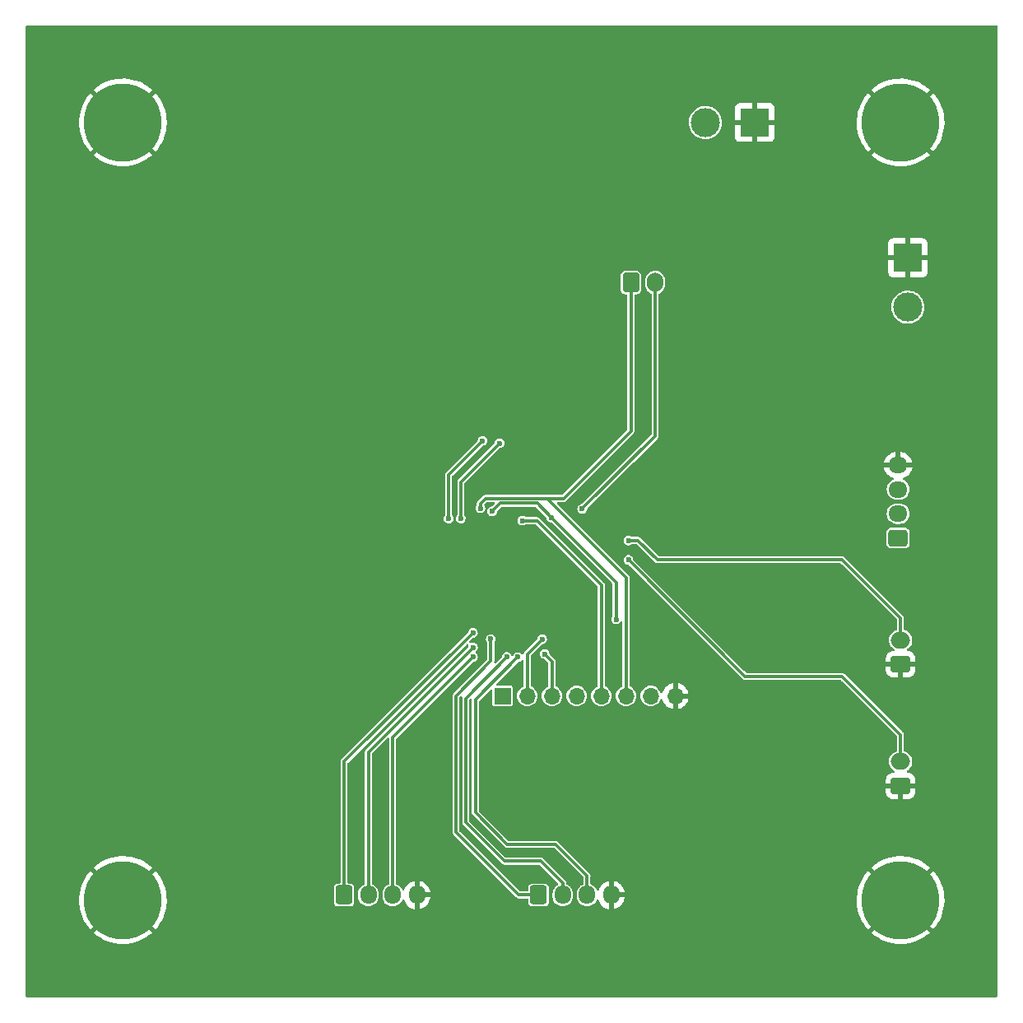
<source format=gbr>
%TF.GenerationSoftware,KiCad,Pcbnew,6.0.11-2627ca5db0~126~ubuntu22.04.1*%
%TF.CreationDate,2023-04-10T19:38:19+02:00*%
%TF.ProjectId,Slicor_carte_v_rin,536c6963-6f72-45f6-9361-7274655f76e9,rev?*%
%TF.SameCoordinates,Original*%
%TF.FileFunction,Copper,L4,Bot*%
%TF.FilePolarity,Positive*%
%FSLAX46Y46*%
G04 Gerber Fmt 4.6, Leading zero omitted, Abs format (unit mm)*
G04 Created by KiCad (PCBNEW 6.0.11-2627ca5db0~126~ubuntu22.04.1) date 2023-04-10 19:38:19*
%MOMM*%
%LPD*%
G01*
G04 APERTURE LIST*
G04 Aperture macros list*
%AMRoundRect*
0 Rectangle with rounded corners*
0 $1 Rounding radius*
0 $2 $3 $4 $5 $6 $7 $8 $9 X,Y pos of 4 corners*
0 Add a 4 corners polygon primitive as box body*
4,1,4,$2,$3,$4,$5,$6,$7,$8,$9,$2,$3,0*
0 Add four circle primitives for the rounded corners*
1,1,$1+$1,$2,$3*
1,1,$1+$1,$4,$5*
1,1,$1+$1,$6,$7*
1,1,$1+$1,$8,$9*
0 Add four rect primitives between the rounded corners*
20,1,$1+$1,$2,$3,$4,$5,0*
20,1,$1+$1,$4,$5,$6,$7,0*
20,1,$1+$1,$6,$7,$8,$9,0*
20,1,$1+$1,$8,$9,$2,$3,0*%
G04 Aperture macros list end*
%TA.AperFunction,ComponentPad*%
%ADD10RoundRect,0.250000X0.750000X-0.600000X0.750000X0.600000X-0.750000X0.600000X-0.750000X-0.600000X0*%
%TD*%
%TA.AperFunction,ComponentPad*%
%ADD11O,2.000000X1.700000*%
%TD*%
%TA.AperFunction,ComponentPad*%
%ADD12RoundRect,0.250000X0.725000X-0.600000X0.725000X0.600000X-0.725000X0.600000X-0.725000X-0.600000X0*%
%TD*%
%TA.AperFunction,ComponentPad*%
%ADD13O,1.950000X1.700000*%
%TD*%
%TA.AperFunction,ComponentPad*%
%ADD14C,0.900000*%
%TD*%
%TA.AperFunction,ComponentPad*%
%ADD15C,8.000000*%
%TD*%
%TA.AperFunction,ComponentPad*%
%ADD16R,3.000000X3.000000*%
%TD*%
%TA.AperFunction,ComponentPad*%
%ADD17C,3.000000*%
%TD*%
%TA.AperFunction,ComponentPad*%
%ADD18RoundRect,0.250000X-0.600000X-0.750000X0.600000X-0.750000X0.600000X0.750000X-0.600000X0.750000X0*%
%TD*%
%TA.AperFunction,ComponentPad*%
%ADD19O,1.700000X2.000000*%
%TD*%
%TA.AperFunction,ComponentPad*%
%ADD20RoundRect,0.250000X-0.600000X-0.725000X0.600000X-0.725000X0.600000X0.725000X-0.600000X0.725000X0*%
%TD*%
%TA.AperFunction,ComponentPad*%
%ADD21O,1.700000X1.950000*%
%TD*%
%TA.AperFunction,ComponentPad*%
%ADD22R,1.700000X1.700000*%
%TD*%
%TA.AperFunction,ComponentPad*%
%ADD23O,1.700000X1.700000*%
%TD*%
%TA.AperFunction,ViaPad*%
%ADD24C,0.600000*%
%TD*%
%TA.AperFunction,ViaPad*%
%ADD25C,0.800000*%
%TD*%
%TA.AperFunction,Conductor*%
%ADD26C,0.300000*%
%TD*%
G04 APERTURE END LIST*
D10*
%TO.P,J9,1,Pin_1*%
%TO.N,GND*%
X140000000Y-115750000D03*
D11*
%TO.P,J9,2,Pin_2*%
%TO.N,Contacteur_B*%
X140000000Y-113250000D03*
%TD*%
D10*
%TO.P,J8,1,Pin_1*%
%TO.N,GND*%
X140000000Y-128250000D03*
D11*
%TO.P,J8,2,Pin_2*%
%TO.N,Contacteur_A*%
X140000000Y-125750000D03*
%TD*%
D12*
%TO.P,J5,1,Pin_1*%
%TO.N,+5V*%
X139750000Y-102750000D03*
D13*
%TO.P,J5,2,Pin_2*%
%TO.N,A*%
X139750000Y-100250000D03*
%TO.P,J5,3,Pin_3*%
%TO.N,B*%
X139750000Y-97750000D03*
%TO.P,J5,4,Pin_4*%
%TO.N,GND*%
X139750000Y-95250000D03*
%TD*%
D14*
%TO.P,H2,1,1*%
%TO.N,GND*%
X57878680Y-142121320D03*
X62121320Y-137878680D03*
X63000000Y-140000000D03*
X60000000Y-137000000D03*
X57000000Y-140000000D03*
X62121320Y-142121320D03*
X60000000Y-143000000D03*
X57878680Y-137878680D03*
D15*
X60000000Y-140000000D03*
%TD*%
D16*
%TO.P,J1,1,Pin_1*%
%TO.N,GND*%
X125000000Y-60000000D03*
D17*
%TO.P,J1,2,Pin_2*%
%TO.N,+24V*%
X119920000Y-60000000D03*
%TD*%
D14*
%TO.P,H4,1,1*%
%TO.N,GND*%
X142121320Y-62121320D03*
X143000000Y-60000000D03*
X137878680Y-62121320D03*
D15*
X140000000Y-60000000D03*
D14*
X140000000Y-63000000D03*
X140000000Y-57000000D03*
X142121320Y-57878680D03*
X137000000Y-60000000D03*
X137878680Y-57878680D03*
%TD*%
D18*
%TO.P,J3,1,Pin_1*%
%TO.N,UART TX*%
X112250000Y-76475000D03*
D19*
%TO.P,J3,2,Pin_2*%
%TO.N,UART RX*%
X114750000Y-76475000D03*
%TD*%
D20*
%TO.P,J7,1,Pin_1*%
%TO.N,Pwm_Bridge_A*%
X82750000Y-139475000D03*
D21*
%TO.P,J7,2,Pin_2*%
%TO.N,IN1_A*%
X85250000Y-139475000D03*
%TO.P,J7,3,Pin_3*%
%TO.N,IN2_A*%
X87750000Y-139475000D03*
%TO.P,J7,4,Pin_4*%
%TO.N,GND*%
X90250000Y-139475000D03*
%TD*%
D16*
%TO.P,J2,1,Pin_1*%
%TO.N,GND*%
X140750000Y-73920000D03*
D17*
%TO.P,J2,2,Pin_2*%
%TO.N,+24V*%
X140750000Y-79000000D03*
%TD*%
D20*
%TO.P,J6,1,Pin_1*%
%TO.N,Pwm_Bridge_B*%
X102750000Y-139475000D03*
D21*
%TO.P,J6,2,Pin_2*%
%TO.N,IN1_B*%
X105250000Y-139475000D03*
%TO.P,J6,3,Pin_3*%
%TO.N,IN2_B*%
X107750000Y-139475000D03*
%TO.P,J6,4,Pin_4*%
%TO.N,GND*%
X110250000Y-139475000D03*
%TD*%
D14*
%TO.P,H1,1,1*%
%TO.N,GND*%
X57878680Y-57878680D03*
X62121320Y-57878680D03*
X62121320Y-62121320D03*
X60000000Y-63000000D03*
X63000000Y-60000000D03*
X57000000Y-60000000D03*
X60000000Y-57000000D03*
D15*
X60000000Y-60000000D03*
D14*
X57878680Y-62121320D03*
%TD*%
D22*
%TO.P,J4,1,Pin_1*%
%TO.N,+5V*%
X99050000Y-119000000D03*
D23*
%TO.P,J4,2,Pin_2*%
%TO.N,MISO*%
X101590000Y-119000000D03*
%TO.P,J4,3,Pin_3*%
%TO.N,MOSI*%
X104130000Y-119000000D03*
%TO.P,J4,4,Pin_4*%
%TO.N,SCK*%
X106670000Y-119000000D03*
%TO.P,J4,5,Pin_5*%
%TO.N,RST*%
X109210000Y-119000000D03*
%TO.P,J4,6,Pin_6*%
%TO.N,UART TX*%
X111750000Y-119000000D03*
%TO.P,J4,7,Pin_7*%
%TO.N,UART RX*%
X114290000Y-119000000D03*
%TO.P,J4,8,Pin_8*%
%TO.N,GND*%
X116830000Y-119000000D03*
%TD*%
D14*
%TO.P,H3,1,1*%
%TO.N,GND*%
X137000000Y-140000000D03*
X142121320Y-142121320D03*
X137878680Y-137878680D03*
X140000000Y-137000000D03*
D15*
X140000000Y-140000000D03*
D14*
X142121320Y-137878680D03*
X137878680Y-142121320D03*
X143000000Y-140000000D03*
X140000000Y-143000000D03*
%TD*%
D24*
%TO.N,Contacteur_A*%
X112000000Y-105000000D03*
%TO.N,Contacteur_B*%
X112000000Y-103000000D03*
D25*
%TO.N,GND*%
X93716000Y-106300000D03*
D24*
%TO.N,MISO*%
X103114000Y-113158000D03*
%TO.N,MOSI*%
X103368000Y-114682000D03*
%TO.N,RST*%
X101082000Y-100966000D03*
%TO.N,UART TX*%
X96764000Y-99696000D03*
%TO.N,UART RX*%
X110734000Y-111126000D03*
X97985266Y-99998734D03*
X104084000Y-100666000D03*
X107250000Y-99750000D03*
%TO.N,Pwm_Bridge_B*%
X97850000Y-113150000D03*
%TO.N,IN1_B*%
X99500000Y-115000000D03*
%TO.N,IN2_B*%
X100637500Y-115012500D03*
%TO.N,Pwm_Bridge_A*%
X96000000Y-112500000D03*
%TO.N,A*%
X94750000Y-100750000D03*
X98750000Y-93000000D03*
%TO.N,B*%
X97000000Y-92750000D03*
X93500000Y-100750000D03*
%TO.N,IN1_A*%
X96000000Y-114000000D03*
%TO.N,IN2_A*%
X96000000Y-115000000D03*
%TD*%
D26*
%TO.N,Contacteur_B*%
X115000000Y-105000000D02*
X134000000Y-105000000D01*
X134000000Y-105000000D02*
X140000000Y-111000000D01*
X112000000Y-103000000D02*
X113000000Y-103000000D01*
X113000000Y-103000000D02*
X115000000Y-105000000D01*
X140000000Y-111000000D02*
X140000000Y-113250000D01*
%TO.N,Contacteur_A*%
X140000000Y-123000000D02*
X140000000Y-125750000D01*
X112000000Y-105000000D02*
X124000000Y-117000000D01*
X124000000Y-117000000D02*
X134000000Y-117000000D01*
X134000000Y-117000000D02*
X140000000Y-123000000D01*
%TO.N,MISO*%
X103114000Y-113158000D02*
X101590000Y-114682000D01*
X101590000Y-114682000D02*
X101590000Y-119000000D01*
%TO.N,MOSI*%
X103368000Y-114682000D02*
X104130000Y-115444000D01*
X104130000Y-115444000D02*
X104130000Y-119000000D01*
%TO.N,RST*%
X102606000Y-100966000D02*
X109210000Y-107570000D01*
X109210000Y-107570000D02*
X109210000Y-119000000D01*
X101082000Y-100966000D02*
X102606000Y-100966000D01*
%TO.N,UART TX*%
X112250000Y-91750000D02*
X105320000Y-98680000D01*
X105221000Y-100279000D02*
X111750000Y-106808000D01*
X111750000Y-106808000D02*
X111750000Y-119000000D01*
X112250000Y-76475000D02*
X112250000Y-91750000D01*
X96764000Y-99696000D02*
X96764000Y-99188000D01*
X103622000Y-98680000D02*
X105221000Y-100279000D01*
X96764000Y-99188000D02*
X97272000Y-98680000D01*
X103320000Y-98680000D02*
X103622000Y-98680000D01*
X105320000Y-98680000D02*
X103320000Y-98680000D01*
X97272000Y-98680000D02*
X103320000Y-98680000D01*
%TO.N,UART RX*%
X102598000Y-99180000D02*
X104084000Y-100666000D01*
X97985266Y-99998734D02*
X98804000Y-99180000D01*
X114750000Y-92250000D02*
X114750000Y-76475000D01*
X107250000Y-99750000D02*
X114750000Y-92250000D01*
X104084000Y-100666000D02*
X110734000Y-107316000D01*
X110734000Y-107316000D02*
X110734000Y-111126000D01*
X98804000Y-99180000D02*
X102598000Y-99180000D01*
%TO.N,Pwm_Bridge_B*%
X94250000Y-133000000D02*
X100725000Y-139475000D01*
X94250000Y-119000000D02*
X94250000Y-133000000D01*
X97850000Y-115400000D02*
X94250000Y-119000000D01*
X97850000Y-113150000D02*
X97850000Y-115400000D01*
X100725000Y-139475000D02*
X102750000Y-139475000D01*
%TO.N,IN1_B*%
X105250000Y-138250000D02*
X105250000Y-139475000D01*
X99250000Y-136000000D02*
X103000000Y-136000000D01*
X95250000Y-119250000D02*
X95250000Y-132000000D01*
X99500000Y-115000000D02*
X95250000Y-119250000D01*
X95250000Y-132000000D02*
X99250000Y-136000000D01*
X103000000Y-136000000D02*
X105250000Y-138250000D01*
%TO.N,IN2_B*%
X107750000Y-137500000D02*
X107750000Y-139475000D01*
X104500000Y-134250000D02*
X107750000Y-137500000D01*
X96250000Y-131000000D02*
X99500000Y-134250000D01*
X100637500Y-115012500D02*
X96250000Y-119400000D01*
X96250000Y-119400000D02*
X96250000Y-131000000D01*
X99500000Y-134250000D02*
X104500000Y-134250000D01*
%TO.N,Pwm_Bridge_A*%
X82750000Y-125750000D02*
X82750000Y-139475000D01*
X96000000Y-112500000D02*
X82750000Y-125750000D01*
%TO.N,A*%
X94750000Y-97000000D02*
X98750000Y-93000000D01*
X94750000Y-100750000D02*
X94750000Y-97000000D01*
%TO.N,B*%
X93500000Y-96250000D02*
X97000000Y-92750000D01*
X93500000Y-100750000D02*
X93500000Y-96250000D01*
%TO.N,IN1_A*%
X96000000Y-114000000D02*
X85250000Y-124750000D01*
X85250000Y-124750000D02*
X85250000Y-139475000D01*
%TO.N,IN2_A*%
X87750000Y-123250000D02*
X87750000Y-139475000D01*
X96000000Y-115000000D02*
X87750000Y-123250000D01*
%TD*%
%TA.AperFunction,Conductor*%
%TO.N,GND*%
G36*
X149931621Y-50030502D02*
G01*
X149978114Y-50084158D01*
X149989500Y-50136500D01*
X149989500Y-149863500D01*
X149969498Y-149931621D01*
X149915842Y-149978114D01*
X149863500Y-149989500D01*
X50136500Y-149989500D01*
X50068379Y-149969498D01*
X50021886Y-149915842D01*
X50010500Y-149863500D01*
X50010500Y-143365431D01*
X57000109Y-143365431D01*
X57000190Y-143366564D01*
X57005168Y-143374136D01*
X57025401Y-143393539D01*
X57029678Y-143397283D01*
X57345218Y-143649175D01*
X57349801Y-143652505D01*
X57686867Y-143874759D01*
X57691763Y-143877677D01*
X58047543Y-144068444D01*
X58052717Y-144070923D01*
X58424339Y-144228668D01*
X58429674Y-144230652D01*
X58814069Y-144354068D01*
X58819570Y-144355563D01*
X59213575Y-144443633D01*
X59219187Y-144444622D01*
X59619538Y-144496619D01*
X59625244Y-144497098D01*
X60028642Y-144512595D01*
X60034368Y-144512555D01*
X60437518Y-144491427D01*
X60443199Y-144490870D01*
X60842795Y-144433288D01*
X60848390Y-144432220D01*
X61241123Y-144338657D01*
X61246605Y-144337086D01*
X61629233Y-144208318D01*
X61634563Y-144206250D01*
X62003946Y-144043332D01*
X62009053Y-144040797D01*
X62362145Y-143845075D01*
X62367024Y-143842074D01*
X62700898Y-143615174D01*
X62705511Y-143611723D01*
X62991829Y-143376539D01*
X62999388Y-143365431D01*
X137000109Y-143365431D01*
X137000190Y-143366564D01*
X137005168Y-143374136D01*
X137025401Y-143393539D01*
X137029678Y-143397283D01*
X137345218Y-143649175D01*
X137349801Y-143652505D01*
X137686867Y-143874759D01*
X137691763Y-143877677D01*
X138047543Y-144068444D01*
X138052717Y-144070923D01*
X138424339Y-144228668D01*
X138429674Y-144230652D01*
X138814069Y-144354068D01*
X138819570Y-144355563D01*
X139213575Y-144443633D01*
X139219187Y-144444622D01*
X139619538Y-144496619D01*
X139625244Y-144497098D01*
X140028642Y-144512595D01*
X140034368Y-144512555D01*
X140437518Y-144491427D01*
X140443199Y-144490870D01*
X140842795Y-144433288D01*
X140848390Y-144432220D01*
X141241123Y-144338657D01*
X141246605Y-144337086D01*
X141629233Y-144208318D01*
X141634563Y-144206250D01*
X142003946Y-144043332D01*
X142009053Y-144040797D01*
X142362145Y-143845075D01*
X142367024Y-143842074D01*
X142700898Y-143615174D01*
X142705511Y-143611723D01*
X142991829Y-143376539D01*
X143000290Y-143364106D01*
X142994040Y-143353250D01*
X142647408Y-143006618D01*
X141762111Y-142121320D01*
X141236023Y-141595233D01*
X140012812Y-140372022D01*
X139998868Y-140364408D01*
X139997035Y-140364539D01*
X139990420Y-140368790D01*
X138763978Y-141595232D01*
X137878680Y-142480529D01*
X137352593Y-143006617D01*
X137007723Y-143351487D01*
X137000109Y-143365431D01*
X62999388Y-143365431D01*
X63000290Y-143364106D01*
X62994040Y-143353250D01*
X62647408Y-143006618D01*
X61762111Y-142121320D01*
X61236023Y-141595233D01*
X60012812Y-140372022D01*
X59998868Y-140364408D01*
X59997035Y-140364539D01*
X59990420Y-140368790D01*
X58763978Y-141595232D01*
X57878680Y-142480529D01*
X57352593Y-143006617D01*
X57007723Y-143351487D01*
X57000109Y-143365431D01*
X50010500Y-143365431D01*
X50010500Y-140154638D01*
X55489964Y-140154638D01*
X55490163Y-140160343D01*
X55522540Y-140562753D01*
X55523258Y-140568430D01*
X55591970Y-140966229D01*
X55593201Y-140971829D01*
X55697689Y-141361786D01*
X55699413Y-141367219D01*
X55838817Y-141746108D01*
X55841025Y-141751362D01*
X56014192Y-142116050D01*
X56016877Y-142121099D01*
X56222390Y-142468606D01*
X56225500Y-142473358D01*
X56461668Y-142800812D01*
X56465208Y-142805278D01*
X56625528Y-142989704D01*
X56638657Y-142998113D01*
X56648570Y-142992220D01*
X56993382Y-142647408D01*
X57878680Y-141762111D01*
X57950260Y-141690531D01*
X58404767Y-141236023D01*
X59627978Y-140012812D01*
X59634356Y-140001132D01*
X60364408Y-140001132D01*
X60364539Y-140002965D01*
X60368790Y-140009580D01*
X61595232Y-141236022D01*
X62049739Y-141690530D01*
X62121319Y-141762110D01*
X63006617Y-142647407D01*
X63350688Y-142991478D01*
X63364134Y-142998820D01*
X63373970Y-142991900D01*
X63573611Y-142755657D01*
X63577097Y-142751130D01*
X63808659Y-142420424D01*
X63811716Y-142415608D01*
X64012350Y-142065281D01*
X64014962Y-142060199D01*
X64183020Y-141693127D01*
X64185159Y-141687834D01*
X64319255Y-141307047D01*
X64320908Y-141301573D01*
X64419939Y-140910206D01*
X64421090Y-140904600D01*
X64484245Y-140505854D01*
X64484880Y-140500192D01*
X64501243Y-140253834D01*
X81699500Y-140253834D01*
X81702481Y-140285369D01*
X81747366Y-140413184D01*
X81752958Y-140420754D01*
X81752959Y-140420757D01*
X81801246Y-140486131D01*
X81827850Y-140522150D01*
X81835421Y-140527742D01*
X81929243Y-140597041D01*
X81929246Y-140597042D01*
X81936816Y-140602634D01*
X82064631Y-140647519D01*
X82072277Y-140648242D01*
X82072278Y-140648242D01*
X82078248Y-140648806D01*
X82096166Y-140650500D01*
X83403834Y-140650500D01*
X83421752Y-140648806D01*
X83427722Y-140648242D01*
X83427723Y-140648242D01*
X83435369Y-140647519D01*
X83563184Y-140602634D01*
X83570754Y-140597042D01*
X83570757Y-140597041D01*
X83664579Y-140527742D01*
X83672150Y-140522150D01*
X83698754Y-140486131D01*
X83747041Y-140420757D01*
X83747042Y-140420754D01*
X83752634Y-140413184D01*
X83797519Y-140285369D01*
X83800500Y-140253834D01*
X83800500Y-138696166D01*
X83797519Y-138664631D01*
X83752634Y-138536816D01*
X83747042Y-138529246D01*
X83747041Y-138529243D01*
X83677742Y-138435421D01*
X83672150Y-138427850D01*
X83611625Y-138383145D01*
X83570757Y-138352959D01*
X83570754Y-138352958D01*
X83563184Y-138347366D01*
X83435369Y-138302481D01*
X83427723Y-138301758D01*
X83427722Y-138301758D01*
X83421752Y-138301194D01*
X83403834Y-138299500D01*
X83226500Y-138299500D01*
X83158379Y-138279498D01*
X83111886Y-138225842D01*
X83100500Y-138173500D01*
X83100500Y-125947372D01*
X83120502Y-125879251D01*
X83137405Y-125858277D01*
X95337311Y-113658371D01*
X95399623Y-113624345D01*
X95470438Y-113629410D01*
X95527274Y-113671957D01*
X95552085Y-113738477D01*
X95540461Y-113801015D01*
X95516447Y-113852163D01*
X95515066Y-113861035D01*
X95497748Y-113972264D01*
X95467504Y-114036497D01*
X95462343Y-114041975D01*
X85038101Y-124466217D01*
X85023147Y-124478295D01*
X85019595Y-124481527D01*
X85010848Y-124487175D01*
X85004402Y-124495352D01*
X84991998Y-124511086D01*
X84988501Y-124515021D01*
X84988605Y-124515109D01*
X84985250Y-124519068D01*
X84981572Y-124522746D01*
X84978553Y-124526971D01*
X84978546Y-124526979D01*
X84971328Y-124537080D01*
X84967764Y-124541827D01*
X84938608Y-124578811D01*
X84935807Y-124586787D01*
X84930889Y-124593669D01*
X84917381Y-124638836D01*
X84915559Y-124644442D01*
X84902572Y-124681423D01*
X84902571Y-124681429D01*
X84899945Y-124688906D01*
X84899500Y-124694044D01*
X84899500Y-124696763D01*
X84899405Y-124698945D01*
X84899245Y-124699480D01*
X84899218Y-124699479D01*
X84899211Y-124699597D01*
X84897456Y-124705464D01*
X84897865Y-124715872D01*
X84899403Y-124755019D01*
X84899500Y-124759966D01*
X84899500Y-138271484D01*
X84879498Y-138339605D01*
X84831876Y-138383145D01*
X84757061Y-138422258D01*
X84672002Y-138466726D01*
X84667201Y-138470586D01*
X84667198Y-138470588D01*
X84573779Y-138545699D01*
X84511447Y-138595815D01*
X84379024Y-138753630D01*
X84376056Y-138759028D01*
X84376053Y-138759033D01*
X84282743Y-138928765D01*
X84279776Y-138934162D01*
X84217484Y-139130532D01*
X84216798Y-139136649D01*
X84216797Y-139136653D01*
X84211646Y-139182577D01*
X84199500Y-139290864D01*
X84199500Y-139651841D01*
X84214520Y-139805030D01*
X84274065Y-140002251D01*
X84370782Y-140184151D01*
X84425198Y-140250871D01*
X84497094Y-140339025D01*
X84497097Y-140339028D01*
X84500989Y-140343800D01*
X84505736Y-140347727D01*
X84505738Y-140347729D01*
X84654975Y-140471189D01*
X84654979Y-140471191D01*
X84659725Y-140475118D01*
X84840945Y-140573103D01*
X85037746Y-140634023D01*
X85043871Y-140634667D01*
X85043872Y-140634667D01*
X85236502Y-140654913D01*
X85236504Y-140654913D01*
X85242631Y-140655557D01*
X85330956Y-140647519D01*
X85441658Y-140637445D01*
X85441661Y-140637444D01*
X85447797Y-140636886D01*
X85645428Y-140578720D01*
X85827998Y-140483274D01*
X85832799Y-140479414D01*
X85832802Y-140479412D01*
X85983746Y-140358050D01*
X85983747Y-140358050D01*
X85988553Y-140354185D01*
X86120976Y-140196370D01*
X86123944Y-140190972D01*
X86123947Y-140190967D01*
X86217257Y-140021235D01*
X86220224Y-140015838D01*
X86282516Y-139819468D01*
X86283474Y-139810932D01*
X86300107Y-139662636D01*
X86300500Y-139659136D01*
X86300500Y-139298159D01*
X86285480Y-139144970D01*
X86225935Y-138947749D01*
X86129218Y-138765849D01*
X86040756Y-138657384D01*
X86002906Y-138610975D01*
X86002903Y-138610972D01*
X85999011Y-138606200D01*
X85970578Y-138582678D01*
X85845025Y-138478811D01*
X85845021Y-138478809D01*
X85840275Y-138474882D01*
X85834854Y-138471951D01*
X85834850Y-138471948D01*
X85666572Y-138380961D01*
X85616163Y-138330966D01*
X85600500Y-138270125D01*
X85600500Y-124947372D01*
X85620502Y-124879251D01*
X85637405Y-124858277D01*
X87184405Y-123311277D01*
X87246717Y-123277251D01*
X87317532Y-123282316D01*
X87374368Y-123324863D01*
X87399179Y-123391383D01*
X87399500Y-123400372D01*
X87399500Y-138271484D01*
X87379498Y-138339605D01*
X87331876Y-138383145D01*
X87257061Y-138422258D01*
X87172002Y-138466726D01*
X87167201Y-138470586D01*
X87167198Y-138470588D01*
X87073779Y-138545699D01*
X87011447Y-138595815D01*
X86879024Y-138753630D01*
X86876056Y-138759028D01*
X86876053Y-138759033D01*
X86782743Y-138928765D01*
X86779776Y-138934162D01*
X86717484Y-139130532D01*
X86716798Y-139136649D01*
X86716797Y-139136653D01*
X86711646Y-139182577D01*
X86699500Y-139290864D01*
X86699500Y-139651841D01*
X86714520Y-139805030D01*
X86774065Y-140002251D01*
X86870782Y-140184151D01*
X86925198Y-140250871D01*
X86997094Y-140339025D01*
X86997097Y-140339028D01*
X87000989Y-140343800D01*
X87005736Y-140347727D01*
X87005738Y-140347729D01*
X87154975Y-140471189D01*
X87154979Y-140471191D01*
X87159725Y-140475118D01*
X87340945Y-140573103D01*
X87537746Y-140634023D01*
X87543871Y-140634667D01*
X87543872Y-140634667D01*
X87736502Y-140654913D01*
X87736504Y-140654913D01*
X87742631Y-140655557D01*
X87830956Y-140647519D01*
X87941658Y-140637445D01*
X87941661Y-140637444D01*
X87947797Y-140636886D01*
X88145428Y-140578720D01*
X88327998Y-140483274D01*
X88332799Y-140479414D01*
X88332802Y-140479412D01*
X88483746Y-140358050D01*
X88483747Y-140358050D01*
X88488553Y-140354185D01*
X88620976Y-140196370D01*
X88623944Y-140190972D01*
X88623947Y-140190967D01*
X88717254Y-140021240D01*
X88720224Y-140015838D01*
X88721434Y-140012022D01*
X88766176Y-139957866D01*
X88833807Y-139936268D01*
X88902380Y-139954663D01*
X88950121Y-140007210D01*
X88958729Y-140030579D01*
X88963130Y-140047535D01*
X88966665Y-140057575D01*
X89056937Y-140257970D01*
X89062106Y-140267256D01*
X89184850Y-140449575D01*
X89191519Y-140457870D01*
X89343228Y-140616900D01*
X89351186Y-140623941D01*
X89527525Y-140755141D01*
X89536562Y-140760745D01*
X89732484Y-140860357D01*
X89742335Y-140864357D01*
X89952240Y-140929534D01*
X89962624Y-140931817D01*
X89978043Y-140933861D01*
X89992207Y-140931665D01*
X89996000Y-140918478D01*
X89996000Y-140916192D01*
X90504000Y-140916192D01*
X90507973Y-140929723D01*
X90518580Y-140931248D01*
X90636421Y-140906523D01*
X90646617Y-140903463D01*
X90851029Y-140822737D01*
X90860561Y-140818006D01*
X91048462Y-140703984D01*
X91057052Y-140697720D01*
X91223052Y-140553673D01*
X91230472Y-140546042D01*
X91369826Y-140376089D01*
X91375850Y-140367322D01*
X91484576Y-140176318D01*
X91489041Y-140166654D01*
X91564031Y-139960059D01*
X91566802Y-139949792D01*
X91603504Y-139746826D01*
X91602085Y-139733586D01*
X91587450Y-139729000D01*
X90522115Y-139729000D01*
X90506876Y-139733475D01*
X90505671Y-139734865D01*
X90504000Y-139742548D01*
X90504000Y-140916192D01*
X89996000Y-140916192D01*
X89996000Y-139202885D01*
X90504000Y-139202885D01*
X90508475Y-139218124D01*
X90509865Y-139219329D01*
X90517548Y-139221000D01*
X91583849Y-139221000D01*
X91598527Y-139216690D01*
X91600590Y-139204807D01*
X91593876Y-139125675D01*
X91592086Y-139115203D01*
X91536870Y-138902465D01*
X91533335Y-138892425D01*
X91443063Y-138692030D01*
X91437894Y-138682744D01*
X91315150Y-138500425D01*
X91308481Y-138492130D01*
X91156772Y-138333100D01*
X91148814Y-138326059D01*
X90972475Y-138194859D01*
X90963438Y-138189255D01*
X90767516Y-138089643D01*
X90757665Y-138085643D01*
X90547760Y-138020466D01*
X90537376Y-138018183D01*
X90521957Y-138016139D01*
X90507793Y-138018335D01*
X90504000Y-138031522D01*
X90504000Y-139202885D01*
X89996000Y-139202885D01*
X89996000Y-138033808D01*
X89992027Y-138020277D01*
X89981420Y-138018752D01*
X89863579Y-138043477D01*
X89853383Y-138046537D01*
X89648971Y-138127263D01*
X89639439Y-138131994D01*
X89451539Y-138246015D01*
X89442948Y-138252280D01*
X89276948Y-138396327D01*
X89269528Y-138403958D01*
X89130174Y-138573911D01*
X89124150Y-138582678D01*
X89015424Y-138773682D01*
X89010959Y-138783346D01*
X88956436Y-138933553D01*
X88914391Y-138990761D01*
X88848092Y-139016157D01*
X88778588Y-139001677D01*
X88727945Y-138951919D01*
X88725940Y-138947765D01*
X88725935Y-138947749D01*
X88629218Y-138765849D01*
X88540756Y-138657384D01*
X88502906Y-138610975D01*
X88502903Y-138610972D01*
X88499011Y-138606200D01*
X88470578Y-138582678D01*
X88345025Y-138478811D01*
X88345021Y-138478809D01*
X88340275Y-138474882D01*
X88334854Y-138471951D01*
X88334850Y-138471948D01*
X88166572Y-138380961D01*
X88116163Y-138330966D01*
X88100500Y-138270125D01*
X88100500Y-132983261D01*
X93895049Y-132983261D01*
X93896273Y-132993600D01*
X93898627Y-133013491D01*
X93898937Y-133018746D01*
X93899072Y-133018735D01*
X93899500Y-133023914D01*
X93899500Y-133029115D01*
X93900354Y-133034243D01*
X93900354Y-133034249D01*
X93902389Y-133046473D01*
X93903226Y-133052349D01*
X93908764Y-133099138D01*
X93912423Y-133106758D01*
X93913812Y-133115103D01*
X93918757Y-133124267D01*
X93936192Y-133156580D01*
X93938884Y-133161865D01*
X93959274Y-133204326D01*
X93962592Y-133208274D01*
X93964525Y-133210207D01*
X93965990Y-133211804D01*
X93966254Y-133212294D01*
X93966234Y-133212313D01*
X93966313Y-133212402D01*
X93969222Y-133217794D01*
X93976870Y-133224864D01*
X93976871Y-133224865D01*
X94005636Y-133251455D01*
X94009202Y-133254884D01*
X100441215Y-139686896D01*
X100453297Y-139701855D01*
X100456527Y-139705404D01*
X100462175Y-139714152D01*
X100470352Y-139720598D01*
X100486090Y-139733005D01*
X100490020Y-139736498D01*
X100490108Y-139736394D01*
X100494072Y-139739753D01*
X100497747Y-139743428D01*
X100501972Y-139746448D01*
X100501974Y-139746449D01*
X100512059Y-139753656D01*
X100516805Y-139757219D01*
X100553811Y-139786392D01*
X100561787Y-139789193D01*
X100568669Y-139794111D01*
X100613836Y-139807619D01*
X100619442Y-139809441D01*
X100656423Y-139822428D01*
X100656429Y-139822429D01*
X100663906Y-139825055D01*
X100669044Y-139825500D01*
X100671763Y-139825500D01*
X100673945Y-139825595D01*
X100674480Y-139825755D01*
X100674479Y-139825782D01*
X100674597Y-139825789D01*
X100680464Y-139827544D01*
X100730019Y-139825597D01*
X100734966Y-139825500D01*
X101573500Y-139825500D01*
X101641621Y-139845502D01*
X101688114Y-139899158D01*
X101699500Y-139951500D01*
X101699500Y-140253834D01*
X101702481Y-140285369D01*
X101747366Y-140413184D01*
X101752958Y-140420754D01*
X101752959Y-140420757D01*
X101801246Y-140486131D01*
X101827850Y-140522150D01*
X101835421Y-140527742D01*
X101929243Y-140597041D01*
X101929246Y-140597042D01*
X101936816Y-140602634D01*
X102064631Y-140647519D01*
X102072277Y-140648242D01*
X102072278Y-140648242D01*
X102078248Y-140648806D01*
X102096166Y-140650500D01*
X103403834Y-140650500D01*
X103421752Y-140648806D01*
X103427722Y-140648242D01*
X103427723Y-140648242D01*
X103435369Y-140647519D01*
X103563184Y-140602634D01*
X103570754Y-140597042D01*
X103570757Y-140597041D01*
X103664579Y-140527742D01*
X103672150Y-140522150D01*
X103698754Y-140486131D01*
X103747041Y-140420757D01*
X103747042Y-140420754D01*
X103752634Y-140413184D01*
X103797519Y-140285369D01*
X103800500Y-140253834D01*
X103800500Y-138696166D01*
X103797519Y-138664631D01*
X103752634Y-138536816D01*
X103747042Y-138529246D01*
X103747041Y-138529243D01*
X103677742Y-138435421D01*
X103672150Y-138427850D01*
X103611625Y-138383145D01*
X103570757Y-138352959D01*
X103570754Y-138352958D01*
X103563184Y-138347366D01*
X103435369Y-138302481D01*
X103427723Y-138301758D01*
X103427722Y-138301758D01*
X103421752Y-138301194D01*
X103403834Y-138299500D01*
X102096166Y-138299500D01*
X102078248Y-138301194D01*
X102072278Y-138301758D01*
X102072277Y-138301758D01*
X102064631Y-138302481D01*
X101936816Y-138347366D01*
X101929246Y-138352958D01*
X101929243Y-138352959D01*
X101888375Y-138383145D01*
X101827850Y-138427850D01*
X101822258Y-138435421D01*
X101752959Y-138529243D01*
X101752958Y-138529246D01*
X101747366Y-138536816D01*
X101702481Y-138664631D01*
X101699500Y-138696166D01*
X101699500Y-138998500D01*
X101679498Y-139066621D01*
X101625842Y-139113114D01*
X101573500Y-139124500D01*
X100922372Y-139124500D01*
X100854251Y-139104498D01*
X100833277Y-139087595D01*
X94637405Y-132891723D01*
X94603379Y-132829411D01*
X94600500Y-132802628D01*
X94600500Y-119197372D01*
X94620502Y-119129251D01*
X94637405Y-119108277D01*
X94694320Y-119051362D01*
X94756632Y-119017336D01*
X94827447Y-119022401D01*
X94884283Y-119064948D01*
X94909094Y-119131468D01*
X94903463Y-119173507D01*
X94904240Y-119173674D01*
X94902571Y-119181429D01*
X94899945Y-119188906D01*
X94899500Y-119194044D01*
X94899500Y-119196763D01*
X94899405Y-119198945D01*
X94899245Y-119199480D01*
X94899218Y-119199479D01*
X94899211Y-119199597D01*
X94897456Y-119205464D01*
X94897865Y-119215872D01*
X94899403Y-119255019D01*
X94899500Y-119259966D01*
X94899500Y-131949176D01*
X94897467Y-131968275D01*
X94897240Y-131973083D01*
X94895049Y-131983261D01*
X94896273Y-131993600D01*
X94898627Y-132013491D01*
X94898937Y-132018746D01*
X94899072Y-132018735D01*
X94899500Y-132023914D01*
X94899500Y-132029115D01*
X94900354Y-132034243D01*
X94900354Y-132034249D01*
X94902389Y-132046473D01*
X94903226Y-132052349D01*
X94908764Y-132099138D01*
X94912423Y-132106758D01*
X94913812Y-132115103D01*
X94918757Y-132124267D01*
X94936192Y-132156580D01*
X94938884Y-132161865D01*
X94959274Y-132204326D01*
X94962592Y-132208274D01*
X94964525Y-132210207D01*
X94965990Y-132211804D01*
X94966254Y-132212294D01*
X94966234Y-132212313D01*
X94966313Y-132212402D01*
X94969222Y-132217794D01*
X94976870Y-132224864D01*
X94976871Y-132224865D01*
X95005636Y-132251455D01*
X95009202Y-132254884D01*
X98966217Y-136211899D01*
X98978295Y-136226853D01*
X98981527Y-136230405D01*
X98987175Y-136239152D01*
X98995352Y-136245598D01*
X99011086Y-136258002D01*
X99015021Y-136261499D01*
X99015109Y-136261395D01*
X99019068Y-136264750D01*
X99022746Y-136268428D01*
X99026971Y-136271447D01*
X99026979Y-136271454D01*
X99037080Y-136278672D01*
X99041827Y-136282236D01*
X99078811Y-136311392D01*
X99086787Y-136314193D01*
X99093669Y-136319111D01*
X99103647Y-136322095D01*
X99138791Y-136332605D01*
X99144437Y-136334439D01*
X99181427Y-136347429D01*
X99181430Y-136347430D01*
X99188906Y-136350055D01*
X99194044Y-136350500D01*
X99196749Y-136350500D01*
X99198948Y-136350595D01*
X99199480Y-136350754D01*
X99199479Y-136350781D01*
X99199595Y-136350788D01*
X99205463Y-136352543D01*
X99255003Y-136350597D01*
X99259950Y-136350500D01*
X102802628Y-136350500D01*
X102870749Y-136370502D01*
X102891723Y-136387405D01*
X104747091Y-138242773D01*
X104781117Y-138305085D01*
X104776052Y-138375900D01*
X104733505Y-138432736D01*
X104716373Y-138443529D01*
X104672002Y-138466726D01*
X104667201Y-138470586D01*
X104667198Y-138470588D01*
X104573779Y-138545699D01*
X104511447Y-138595815D01*
X104379024Y-138753630D01*
X104376056Y-138759028D01*
X104376053Y-138759033D01*
X104282743Y-138928765D01*
X104279776Y-138934162D01*
X104217484Y-139130532D01*
X104216798Y-139136649D01*
X104216797Y-139136653D01*
X104211646Y-139182577D01*
X104199500Y-139290864D01*
X104199500Y-139651841D01*
X104214520Y-139805030D01*
X104274065Y-140002251D01*
X104370782Y-140184151D01*
X104425198Y-140250871D01*
X104497094Y-140339025D01*
X104497097Y-140339028D01*
X104500989Y-140343800D01*
X104505736Y-140347727D01*
X104505738Y-140347729D01*
X104654975Y-140471189D01*
X104654979Y-140471191D01*
X104659725Y-140475118D01*
X104840945Y-140573103D01*
X105037746Y-140634023D01*
X105043871Y-140634667D01*
X105043872Y-140634667D01*
X105236502Y-140654913D01*
X105236504Y-140654913D01*
X105242631Y-140655557D01*
X105330956Y-140647519D01*
X105441658Y-140637445D01*
X105441661Y-140637444D01*
X105447797Y-140636886D01*
X105645428Y-140578720D01*
X105827998Y-140483274D01*
X105832799Y-140479414D01*
X105832802Y-140479412D01*
X105983746Y-140358050D01*
X105983747Y-140358050D01*
X105988553Y-140354185D01*
X106120976Y-140196370D01*
X106123944Y-140190972D01*
X106123947Y-140190967D01*
X106217257Y-140021235D01*
X106220224Y-140015838D01*
X106282516Y-139819468D01*
X106283474Y-139810932D01*
X106300107Y-139662636D01*
X106300500Y-139659136D01*
X106300500Y-139298159D01*
X106285480Y-139144970D01*
X106225935Y-138947749D01*
X106129218Y-138765849D01*
X106040756Y-138657384D01*
X106002906Y-138610975D01*
X106002903Y-138610972D01*
X105999011Y-138606200D01*
X105970578Y-138582678D01*
X105845025Y-138478811D01*
X105845021Y-138478809D01*
X105840275Y-138474882D01*
X105767293Y-138435421D01*
X105669224Y-138382395D01*
X105618815Y-138332400D01*
X105604279Y-138269865D01*
X105604952Y-138266740D01*
X105601373Y-138236501D01*
X105601064Y-138231253D01*
X105600928Y-138231264D01*
X105600500Y-138226085D01*
X105600500Y-138220885D01*
X105599647Y-138215759D01*
X105599646Y-138215750D01*
X105597613Y-138203537D01*
X105596776Y-138197661D01*
X105592461Y-138161203D01*
X105592461Y-138161202D01*
X105591237Y-138150862D01*
X105587576Y-138143239D01*
X105586188Y-138134897D01*
X105563806Y-138093416D01*
X105561133Y-138088169D01*
X105540727Y-138045674D01*
X105537408Y-138041726D01*
X105535479Y-138039797D01*
X105534010Y-138038196D01*
X105533753Y-138037719D01*
X105533776Y-138037698D01*
X105533687Y-138037597D01*
X105530778Y-138032206D01*
X105522265Y-138024336D01*
X105494364Y-137998545D01*
X105490798Y-137995116D01*
X103283783Y-135788101D01*
X103271705Y-135773147D01*
X103268473Y-135769595D01*
X103262825Y-135760848D01*
X103238914Y-135741998D01*
X103234979Y-135738501D01*
X103234891Y-135738605D01*
X103230932Y-135735250D01*
X103227254Y-135731572D01*
X103223029Y-135728553D01*
X103223021Y-135728546D01*
X103212920Y-135721328D01*
X103208173Y-135717764D01*
X103197718Y-135709522D01*
X103171189Y-135688608D01*
X103163213Y-135685807D01*
X103156331Y-135680889D01*
X103111164Y-135667381D01*
X103105558Y-135665559D01*
X103068577Y-135652572D01*
X103068571Y-135652571D01*
X103061094Y-135649945D01*
X103055956Y-135649500D01*
X103053237Y-135649500D01*
X103051055Y-135649405D01*
X103050520Y-135649245D01*
X103050521Y-135649218D01*
X103050403Y-135649211D01*
X103044536Y-135647456D01*
X102994981Y-135649403D01*
X102990034Y-135649500D01*
X99447372Y-135649500D01*
X99379251Y-135629498D01*
X99358277Y-135612595D01*
X95637405Y-131891723D01*
X95603379Y-131829411D01*
X95600500Y-131802628D01*
X95600500Y-119447372D01*
X95620502Y-119379251D01*
X95637405Y-119358277D01*
X95684042Y-119311640D01*
X95746354Y-119277614D01*
X95817169Y-119282679D01*
X95874005Y-119325226D01*
X95899040Y-119395784D01*
X95899403Y-119405015D01*
X95899500Y-119409966D01*
X95899500Y-130949176D01*
X95897467Y-130968275D01*
X95897240Y-130973083D01*
X95895049Y-130983261D01*
X95896273Y-130993600D01*
X95898627Y-131013491D01*
X95898937Y-131018746D01*
X95899072Y-131018735D01*
X95899500Y-131023914D01*
X95899500Y-131029115D01*
X95900354Y-131034243D01*
X95900354Y-131034249D01*
X95902389Y-131046473D01*
X95903226Y-131052349D01*
X95908764Y-131099138D01*
X95912423Y-131106758D01*
X95913812Y-131115103D01*
X95918757Y-131124267D01*
X95936192Y-131156580D01*
X95938884Y-131161865D01*
X95959274Y-131204326D01*
X95962592Y-131208274D01*
X95964525Y-131210207D01*
X95965990Y-131211804D01*
X95966254Y-131212294D01*
X95966234Y-131212313D01*
X95966313Y-131212402D01*
X95969222Y-131217794D01*
X95976870Y-131224864D01*
X95976871Y-131224865D01*
X96005636Y-131251455D01*
X96009202Y-131254884D01*
X99216217Y-134461899D01*
X99228295Y-134476853D01*
X99231527Y-134480405D01*
X99237175Y-134489152D01*
X99245352Y-134495598D01*
X99261086Y-134508002D01*
X99265021Y-134511499D01*
X99265109Y-134511395D01*
X99269068Y-134514750D01*
X99272746Y-134518428D01*
X99276971Y-134521447D01*
X99276979Y-134521454D01*
X99287080Y-134528672D01*
X99291827Y-134532236D01*
X99328811Y-134561392D01*
X99336787Y-134564193D01*
X99343669Y-134569111D01*
X99388836Y-134582619D01*
X99394442Y-134584441D01*
X99431423Y-134597428D01*
X99431429Y-134597429D01*
X99438906Y-134600055D01*
X99444044Y-134600500D01*
X99446763Y-134600500D01*
X99448945Y-134600595D01*
X99449480Y-134600755D01*
X99449479Y-134600782D01*
X99449597Y-134600789D01*
X99455464Y-134602544D01*
X99505019Y-134600597D01*
X99509966Y-134600500D01*
X104302628Y-134600500D01*
X104370749Y-134620502D01*
X104391723Y-134637405D01*
X107362595Y-137608277D01*
X107396621Y-137670589D01*
X107399500Y-137697372D01*
X107399500Y-138271484D01*
X107379498Y-138339605D01*
X107331876Y-138383145D01*
X107257061Y-138422258D01*
X107172002Y-138466726D01*
X107167201Y-138470586D01*
X107167198Y-138470588D01*
X107073779Y-138545699D01*
X107011447Y-138595815D01*
X106879024Y-138753630D01*
X106876056Y-138759028D01*
X106876053Y-138759033D01*
X106782743Y-138928765D01*
X106779776Y-138934162D01*
X106717484Y-139130532D01*
X106716798Y-139136649D01*
X106716797Y-139136653D01*
X106711646Y-139182577D01*
X106699500Y-139290864D01*
X106699500Y-139651841D01*
X106714520Y-139805030D01*
X106774065Y-140002251D01*
X106870782Y-140184151D01*
X106925198Y-140250871D01*
X106997094Y-140339025D01*
X106997097Y-140339028D01*
X107000989Y-140343800D01*
X107005736Y-140347727D01*
X107005738Y-140347729D01*
X107154975Y-140471189D01*
X107154979Y-140471191D01*
X107159725Y-140475118D01*
X107340945Y-140573103D01*
X107537746Y-140634023D01*
X107543871Y-140634667D01*
X107543872Y-140634667D01*
X107736502Y-140654913D01*
X107736504Y-140654913D01*
X107742631Y-140655557D01*
X107830956Y-140647519D01*
X107941658Y-140637445D01*
X107941661Y-140637444D01*
X107947797Y-140636886D01*
X108145428Y-140578720D01*
X108327998Y-140483274D01*
X108332799Y-140479414D01*
X108332802Y-140479412D01*
X108483746Y-140358050D01*
X108483747Y-140358050D01*
X108488553Y-140354185D01*
X108620976Y-140196370D01*
X108623944Y-140190972D01*
X108623947Y-140190967D01*
X108717254Y-140021240D01*
X108720224Y-140015838D01*
X108721434Y-140012022D01*
X108766176Y-139957866D01*
X108833807Y-139936268D01*
X108902380Y-139954663D01*
X108950121Y-140007210D01*
X108958729Y-140030579D01*
X108963130Y-140047535D01*
X108966665Y-140057575D01*
X109056937Y-140257970D01*
X109062106Y-140267256D01*
X109184850Y-140449575D01*
X109191519Y-140457870D01*
X109343228Y-140616900D01*
X109351186Y-140623941D01*
X109527525Y-140755141D01*
X109536562Y-140760745D01*
X109732484Y-140860357D01*
X109742335Y-140864357D01*
X109952240Y-140929534D01*
X109962624Y-140931817D01*
X109978043Y-140933861D01*
X109992207Y-140931665D01*
X109996000Y-140918478D01*
X109996000Y-140916192D01*
X110504000Y-140916192D01*
X110507973Y-140929723D01*
X110518580Y-140931248D01*
X110636421Y-140906523D01*
X110646617Y-140903463D01*
X110851029Y-140822737D01*
X110860561Y-140818006D01*
X111048462Y-140703984D01*
X111057052Y-140697720D01*
X111223052Y-140553673D01*
X111230472Y-140546042D01*
X111369826Y-140376089D01*
X111375850Y-140367322D01*
X111484576Y-140176318D01*
X111489041Y-140166654D01*
X111493403Y-140154638D01*
X135489964Y-140154638D01*
X135490163Y-140160343D01*
X135522540Y-140562753D01*
X135523258Y-140568430D01*
X135591970Y-140966229D01*
X135593201Y-140971829D01*
X135697689Y-141361786D01*
X135699413Y-141367219D01*
X135838817Y-141746108D01*
X135841025Y-141751362D01*
X136014192Y-142116050D01*
X136016877Y-142121099D01*
X136222390Y-142468606D01*
X136225500Y-142473358D01*
X136461668Y-142800812D01*
X136465208Y-142805278D01*
X136625528Y-142989704D01*
X136638657Y-142998113D01*
X136648570Y-142992220D01*
X136993382Y-142647408D01*
X137878680Y-141762111D01*
X137950260Y-141690531D01*
X138404767Y-141236023D01*
X139627978Y-140012812D01*
X139634356Y-140001132D01*
X140364408Y-140001132D01*
X140364539Y-140002965D01*
X140368790Y-140009580D01*
X141595232Y-141236022D01*
X142049739Y-141690530D01*
X142121319Y-141762110D01*
X143006617Y-142647407D01*
X143350688Y-142991478D01*
X143364134Y-142998820D01*
X143373970Y-142991900D01*
X143573611Y-142755657D01*
X143577097Y-142751130D01*
X143808659Y-142420424D01*
X143811716Y-142415608D01*
X144012350Y-142065281D01*
X144014962Y-142060199D01*
X144183020Y-141693127D01*
X144185159Y-141687834D01*
X144319255Y-141307047D01*
X144320908Y-141301573D01*
X144419939Y-140910206D01*
X144421090Y-140904600D01*
X144484245Y-140505854D01*
X144484880Y-140500192D01*
X144511709Y-140096260D01*
X144511843Y-140092753D01*
X144512796Y-140001773D01*
X144512734Y-139998225D01*
X144494371Y-139593843D01*
X144493855Y-139588165D01*
X144439063Y-139188177D01*
X144438036Y-139182577D01*
X144347216Y-138789198D01*
X144345682Y-138783702D01*
X144219588Y-138400183D01*
X144217558Y-138394841D01*
X144057226Y-138024336D01*
X144054722Y-138019202D01*
X143861471Y-137664752D01*
X143858508Y-137659861D01*
X143633930Y-137324389D01*
X143630537Y-137319787D01*
X143376832Y-137006489D01*
X143363963Y-136999226D01*
X143362596Y-136999305D01*
X143355268Y-137003942D01*
X143006618Y-137352592D01*
X142121320Y-138237889D01*
X141595233Y-138763977D01*
X140372022Y-139987188D01*
X140364408Y-140001132D01*
X139634356Y-140001132D01*
X139635592Y-139998868D01*
X139635461Y-139997035D01*
X139631210Y-139990420D01*
X138404768Y-138763978D01*
X137519471Y-137878680D01*
X136993383Y-137352593D01*
X136650424Y-137009634D01*
X136636480Y-137002020D01*
X136636287Y-137002033D01*
X136627465Y-137008012D01*
X136524743Y-137121298D01*
X136521091Y-137125712D01*
X136278139Y-137448120D01*
X136274906Y-137452843D01*
X136062173Y-137795946D01*
X136059379Y-137800946D01*
X135878624Y-138161905D01*
X135876290Y-138167147D01*
X135728992Y-138543009D01*
X135727149Y-138548422D01*
X135614517Y-138936103D01*
X135613175Y-138941653D01*
X135536142Y-139337952D01*
X135535309Y-139343593D01*
X135494512Y-139745234D01*
X135494192Y-139750958D01*
X135489964Y-140154638D01*
X111493403Y-140154638D01*
X111564031Y-139960059D01*
X111566802Y-139949792D01*
X111603504Y-139746826D01*
X111602085Y-139733586D01*
X111587450Y-139729000D01*
X110522115Y-139729000D01*
X110506876Y-139733475D01*
X110505671Y-139734865D01*
X110504000Y-139742548D01*
X110504000Y-140916192D01*
X109996000Y-140916192D01*
X109996000Y-139202885D01*
X110504000Y-139202885D01*
X110508475Y-139218124D01*
X110509865Y-139219329D01*
X110517548Y-139221000D01*
X111583849Y-139221000D01*
X111598527Y-139216690D01*
X111600590Y-139204807D01*
X111593876Y-139125675D01*
X111592086Y-139115203D01*
X111536870Y-138902465D01*
X111533335Y-138892425D01*
X111443063Y-138692030D01*
X111437894Y-138682744D01*
X111315150Y-138500425D01*
X111308481Y-138492130D01*
X111156772Y-138333100D01*
X111148814Y-138326059D01*
X110972475Y-138194859D01*
X110963438Y-138189255D01*
X110767516Y-138089643D01*
X110757665Y-138085643D01*
X110547760Y-138020466D01*
X110537376Y-138018183D01*
X110521957Y-138016139D01*
X110507793Y-138018335D01*
X110504000Y-138031522D01*
X110504000Y-139202885D01*
X109996000Y-139202885D01*
X109996000Y-138033808D01*
X109992027Y-138020277D01*
X109981420Y-138018752D01*
X109863579Y-138043477D01*
X109853383Y-138046537D01*
X109648971Y-138127263D01*
X109639439Y-138131994D01*
X109451539Y-138246015D01*
X109442948Y-138252280D01*
X109276948Y-138396327D01*
X109269528Y-138403958D01*
X109130174Y-138573911D01*
X109124150Y-138582678D01*
X109015424Y-138773682D01*
X109010959Y-138783346D01*
X108956436Y-138933553D01*
X108914391Y-138990761D01*
X108848092Y-139016157D01*
X108778588Y-139001677D01*
X108727945Y-138951919D01*
X108725940Y-138947765D01*
X108725935Y-138947749D01*
X108629218Y-138765849D01*
X108540756Y-138657384D01*
X108502906Y-138610975D01*
X108502903Y-138610972D01*
X108499011Y-138606200D01*
X108470578Y-138582678D01*
X108345025Y-138478811D01*
X108345021Y-138478809D01*
X108340275Y-138474882D01*
X108334854Y-138471951D01*
X108334850Y-138471948D01*
X108166572Y-138380961D01*
X108116163Y-138330966D01*
X108100500Y-138270125D01*
X108100500Y-137550824D01*
X108102533Y-137531725D01*
X108102760Y-137526917D01*
X108104951Y-137516739D01*
X108101373Y-137486509D01*
X108101063Y-137481254D01*
X108100928Y-137481265D01*
X108100500Y-137476087D01*
X108100500Y-137470885D01*
X108097609Y-137453515D01*
X108096773Y-137447644D01*
X108092460Y-137411205D01*
X108091236Y-137400861D01*
X108087577Y-137393241D01*
X108086188Y-137384897D01*
X108063819Y-137343441D01*
X108061122Y-137338150D01*
X108054515Y-137324389D01*
X108040726Y-137295674D01*
X108037408Y-137291726D01*
X108035469Y-137289787D01*
X108034010Y-137288196D01*
X108033746Y-137287706D01*
X108033766Y-137287687D01*
X108033687Y-137287598D01*
X108030778Y-137282206D01*
X107994364Y-137248545D01*
X107990798Y-137245116D01*
X107384395Y-136638713D01*
X137001723Y-136638713D01*
X137001735Y-136639144D01*
X137007102Y-136647892D01*
X137352592Y-136993382D01*
X137809617Y-137450408D01*
X137878679Y-137519470D01*
X138763977Y-138404767D01*
X139987188Y-139627978D01*
X140001132Y-139635592D01*
X140002965Y-139635461D01*
X140009580Y-139631210D01*
X141236022Y-138404768D01*
X142121320Y-137519471D01*
X142190382Y-137450409D01*
X142647407Y-136993383D01*
X142990943Y-136649847D01*
X142998351Y-136636280D01*
X142991609Y-136626624D01*
X142780533Y-136445711D01*
X142776040Y-136442200D01*
X142446969Y-136208341D01*
X142442146Y-136205233D01*
X142093242Y-136002166D01*
X142088177Y-135999519D01*
X141722296Y-135828905D01*
X141717003Y-135826724D01*
X141337166Y-135689973D01*
X141331706Y-135688284D01*
X140941036Y-135586522D01*
X140935446Y-135585334D01*
X140537154Y-135519397D01*
X140531490Y-135518721D01*
X140128851Y-135489153D01*
X140123150Y-135488994D01*
X139719489Y-135496040D01*
X139713801Y-135496398D01*
X139312457Y-135539998D01*
X139306787Y-135540876D01*
X138911058Y-135620669D01*
X138905512Y-135622051D01*
X138518627Y-135737387D01*
X138513223Y-135739269D01*
X138138396Y-135889189D01*
X138133189Y-135891551D01*
X137773475Y-136074834D01*
X137768510Y-136077655D01*
X137426897Y-136292781D01*
X137422202Y-136296044D01*
X137101494Y-136541243D01*
X137097114Y-136544917D01*
X137009910Y-136625106D01*
X137001723Y-136638713D01*
X107384395Y-136638713D01*
X104783783Y-134038101D01*
X104771705Y-134023147D01*
X104768473Y-134019595D01*
X104762825Y-134010848D01*
X104738914Y-133991998D01*
X104734979Y-133988501D01*
X104734891Y-133988605D01*
X104730932Y-133985250D01*
X104727254Y-133981572D01*
X104723029Y-133978553D01*
X104723021Y-133978546D01*
X104712920Y-133971328D01*
X104708173Y-133967764D01*
X104697718Y-133959522D01*
X104671189Y-133938608D01*
X104663213Y-133935807D01*
X104656331Y-133930889D01*
X104611164Y-133917381D01*
X104605558Y-133915559D01*
X104568577Y-133902572D01*
X104568571Y-133902571D01*
X104561094Y-133899945D01*
X104555956Y-133899500D01*
X104553237Y-133899500D01*
X104551055Y-133899405D01*
X104550520Y-133899245D01*
X104550521Y-133899218D01*
X104550403Y-133899211D01*
X104544536Y-133897456D01*
X104494981Y-133899403D01*
X104490034Y-133899500D01*
X99697372Y-133899500D01*
X99629251Y-133879498D01*
X99608277Y-133862595D01*
X96637405Y-130891723D01*
X96603379Y-130829411D01*
X96600500Y-130802628D01*
X96600500Y-128897095D01*
X138492001Y-128897095D01*
X138492338Y-128903614D01*
X138502257Y-128999206D01*
X138505149Y-129012600D01*
X138556588Y-129166784D01*
X138562761Y-129179962D01*
X138648063Y-129317807D01*
X138657099Y-129329208D01*
X138771829Y-129443739D01*
X138783240Y-129452751D01*
X138921243Y-129537816D01*
X138934424Y-129543963D01*
X139088710Y-129595138D01*
X139102086Y-129598005D01*
X139196438Y-129607672D01*
X139202854Y-129608000D01*
X139727885Y-129608000D01*
X139743124Y-129603525D01*
X139744329Y-129602135D01*
X139746000Y-129594452D01*
X139746000Y-129589884D01*
X140254000Y-129589884D01*
X140258475Y-129605123D01*
X140259865Y-129606328D01*
X140267548Y-129607999D01*
X140797095Y-129607999D01*
X140803614Y-129607662D01*
X140899206Y-129597743D01*
X140912600Y-129594851D01*
X141066784Y-129543412D01*
X141079962Y-129537239D01*
X141217807Y-129451937D01*
X141229208Y-129442901D01*
X141343739Y-129328171D01*
X141352751Y-129316760D01*
X141437816Y-129178757D01*
X141443963Y-129165576D01*
X141495138Y-129011290D01*
X141498005Y-128997914D01*
X141507672Y-128903562D01*
X141508000Y-128897146D01*
X141508000Y-128522115D01*
X141503525Y-128506876D01*
X141502135Y-128505671D01*
X141494452Y-128504000D01*
X140272115Y-128504000D01*
X140256876Y-128508475D01*
X140255671Y-128509865D01*
X140254000Y-128517548D01*
X140254000Y-129589884D01*
X139746000Y-129589884D01*
X139746000Y-128522115D01*
X139741525Y-128506876D01*
X139740135Y-128505671D01*
X139732452Y-128504000D01*
X138510116Y-128504000D01*
X138494877Y-128508475D01*
X138493672Y-128509865D01*
X138492001Y-128517548D01*
X138492001Y-128897095D01*
X96600500Y-128897095D01*
X96600500Y-119597372D01*
X96620502Y-119529251D01*
X96637405Y-119508277D01*
X97784405Y-118361277D01*
X97846717Y-118327251D01*
X97917532Y-118332316D01*
X97974368Y-118374863D01*
X97999179Y-118441383D01*
X97999500Y-118450372D01*
X97999500Y-119869748D01*
X98000707Y-119875816D01*
X98004331Y-119894033D01*
X98011133Y-119928231D01*
X98055448Y-119994552D01*
X98121769Y-120038867D01*
X98133938Y-120041288D01*
X98133939Y-120041288D01*
X98174184Y-120049293D01*
X98180252Y-120050500D01*
X99919748Y-120050500D01*
X99925816Y-120049293D01*
X99966061Y-120041288D01*
X99966062Y-120041288D01*
X99978231Y-120038867D01*
X100044552Y-119994552D01*
X100088867Y-119928231D01*
X100095670Y-119894033D01*
X100099293Y-119875816D01*
X100100500Y-119869748D01*
X100100500Y-118130252D01*
X100088867Y-118071769D01*
X100044552Y-118005448D01*
X99978231Y-117961133D01*
X99966062Y-117958712D01*
X99966061Y-117958712D01*
X99925816Y-117950707D01*
X99919748Y-117949500D01*
X98500372Y-117949500D01*
X98432251Y-117929498D01*
X98385758Y-117875842D01*
X98375654Y-117805568D01*
X98405148Y-117740988D01*
X98411277Y-117734405D01*
X100594781Y-115550901D01*
X100657093Y-115516875D01*
X100686183Y-115514017D01*
X100691020Y-115514106D01*
X100691025Y-115514105D01*
X100699999Y-115514270D01*
X100708663Y-115511908D01*
X100829658Y-115478921D01*
X100829660Y-115478920D01*
X100838317Y-115476560D01*
X100960491Y-115401545D01*
X100966786Y-115394591D01*
X101020084Y-115335707D01*
X101080628Y-115298626D01*
X101151607Y-115300163D01*
X101210489Y-115339831D01*
X101238577Y-115405035D01*
X101239500Y-115420262D01*
X101239500Y-117921484D01*
X101219498Y-117989605D01*
X101171876Y-118033145D01*
X101097996Y-118071769D01*
X101012002Y-118116726D01*
X101007201Y-118120586D01*
X101007198Y-118120588D01*
X100974688Y-118146727D01*
X100851447Y-118245815D01*
X100719024Y-118403630D01*
X100716056Y-118409028D01*
X100716053Y-118409033D01*
X100709315Y-118421290D01*
X100619776Y-118584162D01*
X100557484Y-118780532D01*
X100556798Y-118786649D01*
X100556797Y-118786653D01*
X100544707Y-118894442D01*
X100534520Y-118985262D01*
X100537178Y-119016916D01*
X100550342Y-119173674D01*
X100551759Y-119190553D01*
X100556035Y-119205464D01*
X100599395Y-119356678D01*
X100608544Y-119388586D01*
X100611359Y-119394063D01*
X100611360Y-119394066D01*
X100689023Y-119545182D01*
X100702712Y-119571818D01*
X100830677Y-119733270D01*
X100835370Y-119737264D01*
X100835371Y-119737265D01*
X100909541Y-119800388D01*
X100987564Y-119866791D01*
X100992942Y-119869797D01*
X100992944Y-119869798D01*
X101023387Y-119886812D01*
X101167398Y-119967297D01*
X101251280Y-119994552D01*
X101357471Y-120029056D01*
X101357475Y-120029057D01*
X101363329Y-120030959D01*
X101567894Y-120055351D01*
X101574029Y-120054879D01*
X101574031Y-120054879D01*
X101646625Y-120049293D01*
X101773300Y-120039546D01*
X101779230Y-120037890D01*
X101779232Y-120037890D01*
X101965797Y-119985800D01*
X101965796Y-119985800D01*
X101971725Y-119984145D01*
X101977214Y-119981372D01*
X101977220Y-119981370D01*
X102150116Y-119894033D01*
X102155610Y-119891258D01*
X102171345Y-119878965D01*
X102313101Y-119768213D01*
X102317951Y-119764424D01*
X102375992Y-119697183D01*
X102448540Y-119613134D01*
X102448540Y-119613133D01*
X102452564Y-119608472D01*
X102473387Y-119571818D01*
X102509483Y-119508277D01*
X102554323Y-119429344D01*
X102619351Y-119233863D01*
X102645171Y-119029474D01*
X102645583Y-119000000D01*
X102625480Y-118794970D01*
X102565935Y-118597749D01*
X102469218Y-118415849D01*
X102393206Y-118322649D01*
X102342906Y-118260975D01*
X102342903Y-118260972D01*
X102339011Y-118256200D01*
X102321786Y-118241950D01*
X102185025Y-118128811D01*
X102185021Y-118128809D01*
X102180275Y-118124882D01*
X102174854Y-118121951D01*
X102174850Y-118121948D01*
X102006572Y-118030961D01*
X101956163Y-117980966D01*
X101940500Y-117920125D01*
X101940500Y-114879372D01*
X101960502Y-114811251D01*
X101977405Y-114790277D01*
X102091859Y-114675823D01*
X102862391Y-114675823D01*
X102863555Y-114684725D01*
X102863555Y-114684728D01*
X102871177Y-114743014D01*
X102880980Y-114817979D01*
X102938720Y-114949203D01*
X102944497Y-114956076D01*
X102944498Y-114956077D01*
X102995834Y-115017149D01*
X103030970Y-115058948D01*
X103150313Y-115138390D01*
X103287157Y-115181142D01*
X103322200Y-115181784D01*
X103389942Y-115203031D01*
X103408986Y-115218668D01*
X103742595Y-115552277D01*
X103776621Y-115614589D01*
X103779500Y-115641372D01*
X103779500Y-117921484D01*
X103759498Y-117989605D01*
X103711876Y-118033145D01*
X103637996Y-118071769D01*
X103552002Y-118116726D01*
X103547201Y-118120586D01*
X103547198Y-118120588D01*
X103514688Y-118146727D01*
X103391447Y-118245815D01*
X103259024Y-118403630D01*
X103256056Y-118409028D01*
X103256053Y-118409033D01*
X103249315Y-118421290D01*
X103159776Y-118584162D01*
X103097484Y-118780532D01*
X103096798Y-118786649D01*
X103096797Y-118786653D01*
X103084707Y-118894442D01*
X103074520Y-118985262D01*
X103077178Y-119016916D01*
X103090342Y-119173674D01*
X103091759Y-119190553D01*
X103096035Y-119205464D01*
X103139395Y-119356678D01*
X103148544Y-119388586D01*
X103151359Y-119394063D01*
X103151360Y-119394066D01*
X103229023Y-119545182D01*
X103242712Y-119571818D01*
X103370677Y-119733270D01*
X103375370Y-119737264D01*
X103375371Y-119737265D01*
X103449541Y-119800388D01*
X103527564Y-119866791D01*
X103532942Y-119869797D01*
X103532944Y-119869798D01*
X103563387Y-119886812D01*
X103707398Y-119967297D01*
X103791280Y-119994552D01*
X103897471Y-120029056D01*
X103897475Y-120029057D01*
X103903329Y-120030959D01*
X104107894Y-120055351D01*
X104114029Y-120054879D01*
X104114031Y-120054879D01*
X104186625Y-120049293D01*
X104313300Y-120039546D01*
X104319230Y-120037890D01*
X104319232Y-120037890D01*
X104505797Y-119985800D01*
X104505796Y-119985800D01*
X104511725Y-119984145D01*
X104517214Y-119981372D01*
X104517220Y-119981370D01*
X104690116Y-119894033D01*
X104695610Y-119891258D01*
X104711345Y-119878965D01*
X104853101Y-119768213D01*
X104857951Y-119764424D01*
X104915992Y-119697183D01*
X104988540Y-119613134D01*
X104988540Y-119613133D01*
X104992564Y-119608472D01*
X105013387Y-119571818D01*
X105049483Y-119508277D01*
X105094323Y-119429344D01*
X105159351Y-119233863D01*
X105185171Y-119029474D01*
X105185583Y-119000000D01*
X105184138Y-118985262D01*
X105614520Y-118985262D01*
X105617178Y-119016916D01*
X105630342Y-119173674D01*
X105631759Y-119190553D01*
X105636035Y-119205464D01*
X105679395Y-119356678D01*
X105688544Y-119388586D01*
X105691359Y-119394063D01*
X105691360Y-119394066D01*
X105769023Y-119545182D01*
X105782712Y-119571818D01*
X105910677Y-119733270D01*
X105915370Y-119737264D01*
X105915371Y-119737265D01*
X105989541Y-119800388D01*
X106067564Y-119866791D01*
X106072942Y-119869797D01*
X106072944Y-119869798D01*
X106103387Y-119886812D01*
X106247398Y-119967297D01*
X106331280Y-119994552D01*
X106437471Y-120029056D01*
X106437475Y-120029057D01*
X106443329Y-120030959D01*
X106647894Y-120055351D01*
X106654029Y-120054879D01*
X106654031Y-120054879D01*
X106726625Y-120049293D01*
X106853300Y-120039546D01*
X106859230Y-120037890D01*
X106859232Y-120037890D01*
X107045797Y-119985800D01*
X107045796Y-119985800D01*
X107051725Y-119984145D01*
X107057214Y-119981372D01*
X107057220Y-119981370D01*
X107230116Y-119894033D01*
X107235610Y-119891258D01*
X107251345Y-119878965D01*
X107393101Y-119768213D01*
X107397951Y-119764424D01*
X107455992Y-119697183D01*
X107528540Y-119613134D01*
X107528540Y-119613133D01*
X107532564Y-119608472D01*
X107553387Y-119571818D01*
X107589483Y-119508277D01*
X107634323Y-119429344D01*
X107699351Y-119233863D01*
X107725171Y-119029474D01*
X107725583Y-119000000D01*
X107705480Y-118794970D01*
X107645935Y-118597749D01*
X107549218Y-118415849D01*
X107473206Y-118322649D01*
X107422906Y-118260975D01*
X107422903Y-118260972D01*
X107419011Y-118256200D01*
X107401786Y-118241950D01*
X107265025Y-118128811D01*
X107265021Y-118128809D01*
X107260275Y-118124882D01*
X107123091Y-118050707D01*
X107084474Y-118029827D01*
X107079055Y-118026897D01*
X106882254Y-117965977D01*
X106876129Y-117965333D01*
X106876128Y-117965333D01*
X106683498Y-117945087D01*
X106683496Y-117945087D01*
X106677369Y-117944443D01*
X106590529Y-117952346D01*
X106478342Y-117962555D01*
X106478339Y-117962556D01*
X106472203Y-117963114D01*
X106274572Y-118021280D01*
X106269107Y-118024137D01*
X106197729Y-118061453D01*
X106092002Y-118116726D01*
X106087201Y-118120586D01*
X106087198Y-118120588D01*
X106054688Y-118146727D01*
X105931447Y-118245815D01*
X105799024Y-118403630D01*
X105796056Y-118409028D01*
X105796053Y-118409033D01*
X105789315Y-118421290D01*
X105699776Y-118584162D01*
X105637484Y-118780532D01*
X105636798Y-118786649D01*
X105636797Y-118786653D01*
X105624707Y-118894442D01*
X105614520Y-118985262D01*
X105184138Y-118985262D01*
X105165480Y-118794970D01*
X105105935Y-118597749D01*
X105009218Y-118415849D01*
X104933206Y-118322649D01*
X104882906Y-118260975D01*
X104882903Y-118260972D01*
X104879011Y-118256200D01*
X104861786Y-118241950D01*
X104725025Y-118128811D01*
X104725021Y-118128809D01*
X104720275Y-118124882D01*
X104714854Y-118121951D01*
X104714850Y-118121948D01*
X104546572Y-118030961D01*
X104496163Y-117980966D01*
X104480500Y-117920125D01*
X104480500Y-115494826D01*
X104482533Y-115475727D01*
X104482760Y-115470923D01*
X104484952Y-115460740D01*
X104483728Y-115450398D01*
X104483728Y-115450395D01*
X104481374Y-115430512D01*
X104481064Y-115425253D01*
X104480928Y-115425264D01*
X104480500Y-115420087D01*
X104480500Y-115414885D01*
X104477610Y-115397521D01*
X104476774Y-115391651D01*
X104472460Y-115355201D01*
X104472460Y-115355199D01*
X104471236Y-115344862D01*
X104467577Y-115337242D01*
X104466188Y-115328897D01*
X104443806Y-115287416D01*
X104441113Y-115282130D01*
X104427998Y-115254818D01*
X104420726Y-115239674D01*
X104417408Y-115235726D01*
X104415475Y-115233793D01*
X104414010Y-115232196D01*
X104413746Y-115231706D01*
X104413766Y-115231687D01*
X104413687Y-115231598D01*
X104410778Y-115226206D01*
X104402624Y-115218668D01*
X104374364Y-115192545D01*
X104370798Y-115189116D01*
X103904994Y-114723312D01*
X103870968Y-114661000D01*
X103869362Y-114652079D01*
X103854596Y-114548968D01*
X103854595Y-114548965D01*
X103853323Y-114540082D01*
X103836227Y-114502480D01*
X103834179Y-114497977D01*
X103793984Y-114409572D01*
X103715375Y-114318342D01*
X103706260Y-114307763D01*
X103706257Y-114307760D01*
X103700400Y-114300963D01*
X103580095Y-114222985D01*
X103442739Y-114181907D01*
X103433763Y-114181852D01*
X103433762Y-114181852D01*
X103373555Y-114181484D01*
X103299376Y-114181031D01*
X103161529Y-114220428D01*
X103040280Y-114296930D01*
X102945377Y-114404388D01*
X102884447Y-114534163D01*
X102880876Y-114557099D01*
X102864699Y-114661000D01*
X102862391Y-114675823D01*
X102091859Y-114675823D01*
X103071281Y-113696401D01*
X103133593Y-113662375D01*
X103162683Y-113659517D01*
X103167520Y-113659606D01*
X103167525Y-113659605D01*
X103176499Y-113659770D01*
X103200715Y-113653168D01*
X103306158Y-113624421D01*
X103306160Y-113624420D01*
X103314817Y-113622060D01*
X103436991Y-113547045D01*
X103447007Y-113535980D01*
X103527178Y-113447407D01*
X103533200Y-113440754D01*
X103595710Y-113311733D01*
X103619496Y-113170354D01*
X103619647Y-113158000D01*
X103603303Y-113043872D01*
X103600596Y-113024968D01*
X103600595Y-113024965D01*
X103599323Y-113016082D01*
X103592995Y-113002163D01*
X103543700Y-112893746D01*
X103539984Y-112885572D01*
X103501531Y-112840945D01*
X103452260Y-112783763D01*
X103452257Y-112783760D01*
X103446400Y-112776963D01*
X103326095Y-112698985D01*
X103188739Y-112657907D01*
X103179763Y-112657852D01*
X103179762Y-112657852D01*
X103119555Y-112657484D01*
X103045376Y-112657031D01*
X102907529Y-112696428D01*
X102786280Y-112772930D01*
X102691377Y-112880388D01*
X102630447Y-113010163D01*
X102623902Y-113052203D01*
X102611748Y-113130264D01*
X102581504Y-113194497D01*
X102576343Y-113199975D01*
X101378101Y-114398217D01*
X101363147Y-114410295D01*
X101359595Y-114413527D01*
X101350848Y-114419175D01*
X101344402Y-114427352D01*
X101331998Y-114443086D01*
X101328501Y-114447021D01*
X101328605Y-114447109D01*
X101325250Y-114451068D01*
X101321572Y-114454746D01*
X101318553Y-114458971D01*
X101318546Y-114458979D01*
X101311328Y-114469080D01*
X101307764Y-114473827D01*
X101278608Y-114510811D01*
X101275807Y-114518787D01*
X101270889Y-114525669D01*
X101257381Y-114570836D01*
X101255559Y-114576442D01*
X101242572Y-114613422D01*
X101242570Y-114613431D01*
X101239945Y-114620906D01*
X101239500Y-114626044D01*
X101239500Y-114627692D01*
X101238261Y-114633448D01*
X101204370Y-114695833D01*
X101142131Y-114729993D01*
X101071305Y-114725080D01*
X101019631Y-114689178D01*
X100987664Y-114652079D01*
X100975759Y-114638262D01*
X100975757Y-114638260D01*
X100969900Y-114631463D01*
X100849595Y-114553485D01*
X100712239Y-114512407D01*
X100703263Y-114512352D01*
X100703262Y-114512352D01*
X100643055Y-114511984D01*
X100568876Y-114511531D01*
X100431029Y-114550928D01*
X100309780Y-114627430D01*
X100303838Y-114634158D01*
X100303837Y-114634159D01*
X100288011Y-114652079D01*
X100214877Y-114734888D01*
X100211062Y-114743014D01*
X100185693Y-114797048D01*
X100138637Y-114850210D01*
X100070309Y-114869492D01*
X100002403Y-114848772D01*
X99956937Y-114795650D01*
X99929700Y-114735746D01*
X99925984Y-114727572D01*
X99898636Y-114695833D01*
X99838260Y-114625763D01*
X99838257Y-114625760D01*
X99832400Y-114618963D01*
X99712095Y-114540985D01*
X99574739Y-114499907D01*
X99565763Y-114499852D01*
X99565762Y-114499852D01*
X99505555Y-114499484D01*
X99431376Y-114499031D01*
X99293529Y-114538428D01*
X99172280Y-114614930D01*
X99166338Y-114621658D01*
X99166337Y-114621659D01*
X99155298Y-114634159D01*
X99077377Y-114722388D01*
X99016447Y-114852163D01*
X99000268Y-114956077D01*
X98997748Y-114972264D01*
X98967504Y-115036497D01*
X98962343Y-115041975D01*
X98405680Y-115598638D01*
X98343368Y-115632664D01*
X98272553Y-115627599D01*
X98215717Y-115585052D01*
X98190906Y-115518532D01*
X98196537Y-115476493D01*
X98195760Y-115476326D01*
X98197429Y-115468571D01*
X98200055Y-115461094D01*
X98200500Y-115455956D01*
X98200500Y-115453237D01*
X98200595Y-115451055D01*
X98200755Y-115450520D01*
X98200782Y-115450521D01*
X98200789Y-115450403D01*
X98202544Y-115444536D01*
X98200597Y-115394981D01*
X98200500Y-115390034D01*
X98200500Y-113557208D01*
X98220502Y-113489087D01*
X98233078Y-113472661D01*
X98269200Y-113432754D01*
X98273406Y-113424074D01*
X98327795Y-113311814D01*
X98327795Y-113311813D01*
X98331710Y-113303733D01*
X98355496Y-113162354D01*
X98355647Y-113150000D01*
X98341642Y-113052203D01*
X98336596Y-113016968D01*
X98336595Y-113016965D01*
X98335323Y-113008082D01*
X98275984Y-112877572D01*
X98195153Y-112783763D01*
X98188260Y-112775763D01*
X98188257Y-112775760D01*
X98182400Y-112768963D01*
X98062095Y-112690985D01*
X97924739Y-112649907D01*
X97915763Y-112649852D01*
X97915762Y-112649852D01*
X97855555Y-112649484D01*
X97781376Y-112649031D01*
X97643529Y-112688428D01*
X97522280Y-112764930D01*
X97427377Y-112872388D01*
X97366447Y-113002163D01*
X97344391Y-113143823D01*
X97345555Y-113152725D01*
X97345555Y-113152728D01*
X97347299Y-113166065D01*
X97362980Y-113285979D01*
X97420720Y-113417203D01*
X97463536Y-113468139D01*
X97469951Y-113475770D01*
X97498472Y-113540786D01*
X97499500Y-113556846D01*
X97499500Y-115202628D01*
X97479498Y-115270749D01*
X97462595Y-115291723D01*
X94038101Y-118716217D01*
X94023147Y-118728295D01*
X94019595Y-118731527D01*
X94010848Y-118737175D01*
X94004402Y-118745352D01*
X93991998Y-118761086D01*
X93988501Y-118765021D01*
X93988605Y-118765109D01*
X93985250Y-118769068D01*
X93981572Y-118772746D01*
X93978553Y-118776971D01*
X93978546Y-118776979D01*
X93971328Y-118787080D01*
X93967764Y-118791827D01*
X93938608Y-118828811D01*
X93935807Y-118836787D01*
X93930889Y-118843669D01*
X93917381Y-118888836D01*
X93915559Y-118894442D01*
X93902572Y-118931423D01*
X93902571Y-118931429D01*
X93899945Y-118938906D01*
X93899500Y-118944044D01*
X93899500Y-118946763D01*
X93899405Y-118948945D01*
X93899245Y-118949480D01*
X93899218Y-118949479D01*
X93899211Y-118949597D01*
X93897456Y-118955464D01*
X93897865Y-118965872D01*
X93899403Y-119005019D01*
X93899500Y-119009966D01*
X93899500Y-132949176D01*
X93897467Y-132968275D01*
X93897240Y-132973083D01*
X93895049Y-132983261D01*
X88100500Y-132983261D01*
X88100500Y-123447372D01*
X88120502Y-123379251D01*
X88137405Y-123358277D01*
X95957280Y-115538401D01*
X96019592Y-115504375D01*
X96048682Y-115501517D01*
X96053520Y-115501606D01*
X96053524Y-115501605D01*
X96062499Y-115501770D01*
X96083663Y-115496000D01*
X96192158Y-115466421D01*
X96192160Y-115466420D01*
X96200817Y-115464060D01*
X96322991Y-115389045D01*
X96419200Y-115282754D01*
X96467668Y-115182716D01*
X96477795Y-115161814D01*
X96477795Y-115161813D01*
X96481710Y-115153733D01*
X96505496Y-115012354D01*
X96505647Y-115000000D01*
X96488372Y-114879372D01*
X96486596Y-114866968D01*
X96486595Y-114866965D01*
X96485323Y-114858082D01*
X96474567Y-114834424D01*
X96464030Y-114811251D01*
X96425984Y-114727572D01*
X96398636Y-114695833D01*
X96338260Y-114625763D01*
X96338257Y-114625760D01*
X96332400Y-114618963D01*
X96313235Y-114606541D01*
X96266952Y-114552706D01*
X96257122Y-114482393D01*
X96286867Y-114417927D01*
X96308543Y-114399604D01*
X96308436Y-114399475D01*
X96315342Y-114393741D01*
X96322991Y-114389045D01*
X96365757Y-114341798D01*
X96413178Y-114289407D01*
X96419200Y-114282754D01*
X96468060Y-114181907D01*
X96477795Y-114161814D01*
X96477795Y-114161813D01*
X96481710Y-114153733D01*
X96505496Y-114012354D01*
X96505647Y-114000000D01*
X96485323Y-113858082D01*
X96479387Y-113845025D01*
X96429700Y-113735746D01*
X96425984Y-113727572D01*
X96371615Y-113664474D01*
X96338260Y-113625763D01*
X96338257Y-113625760D01*
X96332400Y-113618963D01*
X96212095Y-113540985D01*
X96074739Y-113499907D01*
X96065763Y-113499852D01*
X96065762Y-113499852D01*
X96005555Y-113499484D01*
X95931376Y-113499031D01*
X95793529Y-113538428D01*
X95792829Y-113535980D01*
X95735816Y-113543722D01*
X95671468Y-113513725D01*
X95633553Y-113453700D01*
X95634108Y-113382706D01*
X95665628Y-113330054D01*
X95957281Y-113038401D01*
X96019593Y-113004375D01*
X96048683Y-113001517D01*
X96053520Y-113001606D01*
X96053525Y-113001605D01*
X96062499Y-113001770D01*
X96090867Y-112994036D01*
X96192158Y-112966421D01*
X96192160Y-112966420D01*
X96200817Y-112964060D01*
X96322991Y-112889045D01*
X96339534Y-112870769D01*
X96413178Y-112789407D01*
X96419200Y-112782754D01*
X96459786Y-112698985D01*
X96477795Y-112661814D01*
X96477795Y-112661813D01*
X96481710Y-112653733D01*
X96505496Y-112512354D01*
X96505647Y-112500000D01*
X96497473Y-112442924D01*
X96486596Y-112366968D01*
X96486595Y-112366965D01*
X96485323Y-112358082D01*
X96425984Y-112227572D01*
X96407598Y-112206234D01*
X96338260Y-112125763D01*
X96338257Y-112125760D01*
X96332400Y-112118963D01*
X96212095Y-112040985D01*
X96074739Y-111999907D01*
X96065763Y-111999852D01*
X96065762Y-111999852D01*
X96005555Y-111999484D01*
X95931376Y-111999031D01*
X95793529Y-112038428D01*
X95672280Y-112114930D01*
X95577377Y-112222388D01*
X95516447Y-112352163D01*
X95497748Y-112472264D01*
X95467504Y-112536497D01*
X95462343Y-112541975D01*
X82538101Y-125466217D01*
X82523147Y-125478295D01*
X82519595Y-125481527D01*
X82510848Y-125487175D01*
X82504402Y-125495352D01*
X82491998Y-125511086D01*
X82488501Y-125515021D01*
X82488605Y-125515109D01*
X82485250Y-125519068D01*
X82481572Y-125522746D01*
X82478553Y-125526971D01*
X82478546Y-125526979D01*
X82471328Y-125537080D01*
X82467764Y-125541827D01*
X82438608Y-125578811D01*
X82435807Y-125586787D01*
X82430889Y-125593669D01*
X82417381Y-125638836D01*
X82415559Y-125644442D01*
X82402572Y-125681423D01*
X82402571Y-125681429D01*
X82399945Y-125688906D01*
X82399500Y-125694044D01*
X82399500Y-125696763D01*
X82399405Y-125698945D01*
X82399245Y-125699480D01*
X82399218Y-125699479D01*
X82399211Y-125699597D01*
X82397456Y-125705464D01*
X82398916Y-125742631D01*
X82399403Y-125755019D01*
X82399500Y-125759966D01*
X82399500Y-138173500D01*
X82379498Y-138241621D01*
X82325842Y-138288114D01*
X82273500Y-138299500D01*
X82096166Y-138299500D01*
X82078248Y-138301194D01*
X82072278Y-138301758D01*
X82072277Y-138301758D01*
X82064631Y-138302481D01*
X81936816Y-138347366D01*
X81929246Y-138352958D01*
X81929243Y-138352959D01*
X81888375Y-138383145D01*
X81827850Y-138427850D01*
X81822258Y-138435421D01*
X81752959Y-138529243D01*
X81752958Y-138529246D01*
X81747366Y-138536816D01*
X81702481Y-138664631D01*
X81699500Y-138696166D01*
X81699500Y-140253834D01*
X64501243Y-140253834D01*
X64511709Y-140096260D01*
X64511843Y-140092753D01*
X64512796Y-140001773D01*
X64512734Y-139998225D01*
X64494371Y-139593843D01*
X64493855Y-139588165D01*
X64439063Y-139188177D01*
X64438036Y-139182577D01*
X64347216Y-138789198D01*
X64345682Y-138783702D01*
X64219588Y-138400183D01*
X64217558Y-138394841D01*
X64057226Y-138024336D01*
X64054722Y-138019202D01*
X63861471Y-137664752D01*
X63858508Y-137659861D01*
X63633930Y-137324389D01*
X63630537Y-137319787D01*
X63376832Y-137006489D01*
X63363963Y-136999226D01*
X63362596Y-136999305D01*
X63355268Y-137003942D01*
X63006618Y-137352592D01*
X62121320Y-138237889D01*
X61595233Y-138763977D01*
X60372022Y-139987188D01*
X60364408Y-140001132D01*
X59634356Y-140001132D01*
X59635592Y-139998868D01*
X59635461Y-139997035D01*
X59631210Y-139990420D01*
X58404768Y-138763978D01*
X57519471Y-137878680D01*
X56993383Y-137352593D01*
X56650424Y-137009634D01*
X56636480Y-137002020D01*
X56636287Y-137002033D01*
X56627465Y-137008012D01*
X56524743Y-137121298D01*
X56521091Y-137125712D01*
X56278139Y-137448120D01*
X56274906Y-137452843D01*
X56062173Y-137795946D01*
X56059379Y-137800946D01*
X55878624Y-138161905D01*
X55876290Y-138167147D01*
X55728992Y-138543009D01*
X55727149Y-138548422D01*
X55614517Y-138936103D01*
X55613175Y-138941653D01*
X55536142Y-139337952D01*
X55535309Y-139343593D01*
X55494512Y-139745234D01*
X55494192Y-139750958D01*
X55489964Y-140154638D01*
X50010500Y-140154638D01*
X50010500Y-136638713D01*
X57001723Y-136638713D01*
X57001735Y-136639144D01*
X57007102Y-136647892D01*
X57352592Y-136993382D01*
X57809617Y-137450408D01*
X57878679Y-137519470D01*
X58763977Y-138404767D01*
X59987188Y-139627978D01*
X60001132Y-139635592D01*
X60002965Y-139635461D01*
X60009580Y-139631210D01*
X61236022Y-138404768D01*
X62121320Y-137519471D01*
X62190382Y-137450409D01*
X62647407Y-136993383D01*
X62990943Y-136649847D01*
X62998351Y-136636280D01*
X62991609Y-136626624D01*
X62780533Y-136445711D01*
X62776040Y-136442200D01*
X62446969Y-136208341D01*
X62442146Y-136205233D01*
X62093242Y-136002166D01*
X62088177Y-135999519D01*
X61722296Y-135828905D01*
X61717003Y-135826724D01*
X61337166Y-135689973D01*
X61331706Y-135688284D01*
X60941036Y-135586522D01*
X60935446Y-135585334D01*
X60537154Y-135519397D01*
X60531490Y-135518721D01*
X60128851Y-135489153D01*
X60123150Y-135488994D01*
X59719489Y-135496040D01*
X59713801Y-135496398D01*
X59312457Y-135539998D01*
X59306787Y-135540876D01*
X58911058Y-135620669D01*
X58905512Y-135622051D01*
X58518627Y-135737387D01*
X58513223Y-135739269D01*
X58138396Y-135889189D01*
X58133189Y-135891551D01*
X57773475Y-136074834D01*
X57768510Y-136077655D01*
X57426897Y-136292781D01*
X57422202Y-136296044D01*
X57101494Y-136541243D01*
X57097114Y-136544917D01*
X57009910Y-136625106D01*
X57001723Y-136638713D01*
X50010500Y-136638713D01*
X50010500Y-100743823D01*
X92994391Y-100743823D01*
X92995555Y-100752725D01*
X92995555Y-100752728D01*
X93000593Y-100791251D01*
X93012980Y-100885979D01*
X93016597Y-100894199D01*
X93055999Y-100983746D01*
X93070720Y-101017203D01*
X93076497Y-101024076D01*
X93076498Y-101024077D01*
X93083792Y-101032754D01*
X93162970Y-101126948D01*
X93282313Y-101206390D01*
X93419157Y-101249142D01*
X93428129Y-101249306D01*
X93428132Y-101249307D01*
X93493463Y-101250504D01*
X93562499Y-101251770D01*
X93571533Y-101249307D01*
X93692158Y-101216421D01*
X93692160Y-101216420D01*
X93700817Y-101214060D01*
X93822991Y-101139045D01*
X93919200Y-101032754D01*
X93967432Y-100933203D01*
X93977795Y-100911814D01*
X93977795Y-100911813D01*
X93981710Y-100903733D01*
X94001403Y-100786683D01*
X94018387Y-100751728D01*
X94017080Y-100748819D01*
X94232148Y-100748819D01*
X94250593Y-100791251D01*
X94262980Y-100885979D01*
X94266597Y-100894199D01*
X94305999Y-100983746D01*
X94320720Y-101017203D01*
X94326497Y-101024076D01*
X94326498Y-101024077D01*
X94333792Y-101032754D01*
X94412970Y-101126948D01*
X94532313Y-101206390D01*
X94669157Y-101249142D01*
X94678129Y-101249306D01*
X94678132Y-101249307D01*
X94743463Y-101250504D01*
X94812499Y-101251770D01*
X94821533Y-101249307D01*
X94942158Y-101216421D01*
X94942160Y-101216420D01*
X94950817Y-101214060D01*
X95072991Y-101139045D01*
X95169200Y-101032754D01*
X95204535Y-100959823D01*
X100576391Y-100959823D01*
X100577555Y-100968725D01*
X100577555Y-100968728D01*
X100580894Y-100994262D01*
X100594980Y-101101979D01*
X100613356Y-101143741D01*
X100645704Y-101217257D01*
X100652720Y-101233203D01*
X100658497Y-101240076D01*
X100658498Y-101240077D01*
X100739190Y-101336072D01*
X100744970Y-101342948D01*
X100864313Y-101422390D01*
X101001157Y-101465142D01*
X101010129Y-101465306D01*
X101010132Y-101465307D01*
X101075463Y-101466504D01*
X101144499Y-101467770D01*
X101153533Y-101465307D01*
X101274158Y-101432421D01*
X101274160Y-101432420D01*
X101282817Y-101430060D01*
X101404991Y-101355045D01*
X101411015Y-101348390D01*
X101414427Y-101345557D01*
X101479615Y-101317432D01*
X101494913Y-101316500D01*
X102408628Y-101316500D01*
X102476749Y-101336502D01*
X102497723Y-101353405D01*
X108822595Y-107678277D01*
X108856621Y-107740589D01*
X108859500Y-107767372D01*
X108859500Y-117921484D01*
X108839498Y-117989605D01*
X108791876Y-118033145D01*
X108717996Y-118071769D01*
X108632002Y-118116726D01*
X108627201Y-118120586D01*
X108627198Y-118120588D01*
X108594688Y-118146727D01*
X108471447Y-118245815D01*
X108339024Y-118403630D01*
X108336056Y-118409028D01*
X108336053Y-118409033D01*
X108329315Y-118421290D01*
X108239776Y-118584162D01*
X108177484Y-118780532D01*
X108176798Y-118786649D01*
X108176797Y-118786653D01*
X108164707Y-118894442D01*
X108154520Y-118985262D01*
X108157178Y-119016916D01*
X108170342Y-119173674D01*
X108171759Y-119190553D01*
X108176035Y-119205464D01*
X108219395Y-119356678D01*
X108228544Y-119388586D01*
X108231359Y-119394063D01*
X108231360Y-119394066D01*
X108309023Y-119545182D01*
X108322712Y-119571818D01*
X108450677Y-119733270D01*
X108455370Y-119737264D01*
X108455371Y-119737265D01*
X108529541Y-119800388D01*
X108607564Y-119866791D01*
X108612942Y-119869797D01*
X108612944Y-119869798D01*
X108643387Y-119886812D01*
X108787398Y-119967297D01*
X108871280Y-119994552D01*
X108977471Y-120029056D01*
X108977475Y-120029057D01*
X108983329Y-120030959D01*
X109187894Y-120055351D01*
X109194029Y-120054879D01*
X109194031Y-120054879D01*
X109266625Y-120049293D01*
X109393300Y-120039546D01*
X109399230Y-120037890D01*
X109399232Y-120037890D01*
X109585797Y-119985800D01*
X109585796Y-119985800D01*
X109591725Y-119984145D01*
X109597214Y-119981372D01*
X109597220Y-119981370D01*
X109770116Y-119894033D01*
X109775610Y-119891258D01*
X109791345Y-119878965D01*
X109933101Y-119768213D01*
X109937951Y-119764424D01*
X109995992Y-119697183D01*
X110068540Y-119613134D01*
X110068540Y-119613133D01*
X110072564Y-119608472D01*
X110093387Y-119571818D01*
X110129483Y-119508277D01*
X110174323Y-119429344D01*
X110239351Y-119233863D01*
X110265171Y-119029474D01*
X110265583Y-119000000D01*
X110245480Y-118794970D01*
X110185935Y-118597749D01*
X110089218Y-118415849D01*
X110013206Y-118322649D01*
X109962906Y-118260975D01*
X109962903Y-118260972D01*
X109959011Y-118256200D01*
X109941786Y-118241950D01*
X109805025Y-118128811D01*
X109805021Y-118128809D01*
X109800275Y-118124882D01*
X109794854Y-118121951D01*
X109794850Y-118121948D01*
X109626572Y-118030961D01*
X109576163Y-117980966D01*
X109560500Y-117920125D01*
X109560500Y-107620824D01*
X109562533Y-107601725D01*
X109562760Y-107596917D01*
X109564951Y-107586739D01*
X109561373Y-107556509D01*
X109561063Y-107551254D01*
X109560928Y-107551265D01*
X109560500Y-107546087D01*
X109560500Y-107540885D01*
X109557609Y-107523515D01*
X109556773Y-107517644D01*
X109552460Y-107481200D01*
X109552459Y-107481198D01*
X109551236Y-107470861D01*
X109547577Y-107463240D01*
X109546188Y-107454897D01*
X109541243Y-107445732D01*
X109523813Y-107413428D01*
X109521118Y-107408138D01*
X109504159Y-107372820D01*
X109504155Y-107372813D01*
X109500726Y-107365673D01*
X109497408Y-107361726D01*
X109495473Y-107359791D01*
X109494010Y-107358196D01*
X109493746Y-107357706D01*
X109493766Y-107357687D01*
X109493687Y-107357598D01*
X109490778Y-107352206D01*
X109454364Y-107318545D01*
X109450798Y-107315116D01*
X102889783Y-100754101D01*
X102877705Y-100739147D01*
X102874473Y-100735595D01*
X102868825Y-100726848D01*
X102844914Y-100707998D01*
X102840979Y-100704501D01*
X102840891Y-100704605D01*
X102836932Y-100701250D01*
X102833254Y-100697572D01*
X102829029Y-100694553D01*
X102829021Y-100694546D01*
X102818920Y-100687328D01*
X102814173Y-100683764D01*
X102791639Y-100666000D01*
X102777189Y-100654608D01*
X102769213Y-100651807D01*
X102762331Y-100646889D01*
X102717164Y-100633381D01*
X102711558Y-100631559D01*
X102674577Y-100618572D01*
X102674571Y-100618571D01*
X102667094Y-100615945D01*
X102661956Y-100615500D01*
X102659237Y-100615500D01*
X102657055Y-100615405D01*
X102656520Y-100615245D01*
X102656521Y-100615218D01*
X102656403Y-100615211D01*
X102650536Y-100613456D01*
X102600981Y-100615403D01*
X102596034Y-100615500D01*
X101494704Y-100615500D01*
X101426583Y-100595498D01*
X101417779Y-100588884D01*
X101414400Y-100584963D01*
X101294095Y-100506985D01*
X101156739Y-100465907D01*
X101147763Y-100465852D01*
X101147762Y-100465852D01*
X101087555Y-100465484D01*
X101013376Y-100465031D01*
X100875529Y-100504428D01*
X100754280Y-100580930D01*
X100748338Y-100587658D01*
X100748337Y-100587659D01*
X100721036Y-100618572D01*
X100659377Y-100688388D01*
X100598447Y-100818163D01*
X100595004Y-100840275D01*
X100580536Y-100933203D01*
X100576391Y-100959823D01*
X95204535Y-100959823D01*
X95217432Y-100933203D01*
X95227795Y-100911814D01*
X95227795Y-100911813D01*
X95231710Y-100903733D01*
X95255496Y-100762354D01*
X95255647Y-100750000D01*
X95245027Y-100675845D01*
X95236596Y-100616968D01*
X95236595Y-100616965D01*
X95235323Y-100608082D01*
X95229602Y-100595498D01*
X95201171Y-100532968D01*
X95175984Y-100477572D01*
X95131047Y-100425420D01*
X95101733Y-100360757D01*
X95100500Y-100343172D01*
X95100500Y-99689823D01*
X96258391Y-99689823D01*
X96259555Y-99698725D01*
X96259555Y-99698728D01*
X96260666Y-99707224D01*
X96276980Y-99831979D01*
X96334720Y-99963203D01*
X96340497Y-99970076D01*
X96340498Y-99970077D01*
X96397380Y-100037746D01*
X96426970Y-100072948D01*
X96546313Y-100152390D01*
X96683157Y-100195142D01*
X96692129Y-100195306D01*
X96692132Y-100195307D01*
X96757463Y-100196504D01*
X96826499Y-100197770D01*
X96835533Y-100195307D01*
X96956158Y-100162421D01*
X96956160Y-100162420D01*
X96964817Y-100160060D01*
X97086991Y-100085045D01*
X97122066Y-100046295D01*
X97177178Y-99985407D01*
X97183200Y-99978754D01*
X97223837Y-99894880D01*
X97241795Y-99857814D01*
X97241795Y-99857813D01*
X97245710Y-99849733D01*
X97269496Y-99708354D01*
X97269647Y-99696000D01*
X97249323Y-99554082D01*
X97243808Y-99541951D01*
X97212179Y-99472388D01*
X97189984Y-99423572D01*
X97184122Y-99416769D01*
X97179288Y-99409210D01*
X97182366Y-99407242D01*
X97160241Y-99358301D01*
X97170613Y-99288066D01*
X97195931Y-99251751D01*
X97380277Y-99067405D01*
X97442589Y-99033379D01*
X97469372Y-99030500D01*
X98153628Y-99030500D01*
X98221749Y-99050502D01*
X98268242Y-99104158D01*
X98278346Y-99174432D01*
X98248852Y-99239012D01*
X98242723Y-99245595D01*
X98027329Y-99460989D01*
X97965017Y-99495015D01*
X97937466Y-99497892D01*
X97929576Y-99497844D01*
X97916642Y-99497765D01*
X97778795Y-99537162D01*
X97657546Y-99613664D01*
X97562643Y-99721122D01*
X97501713Y-99850897D01*
X97496251Y-99885979D01*
X97483064Y-99970677D01*
X97479657Y-99992557D01*
X97480821Y-100001459D01*
X97480821Y-100001462D01*
X97484913Y-100032754D01*
X97498246Y-100134713D01*
X97555986Y-100265937D01*
X97561763Y-100272810D01*
X97561764Y-100272811D01*
X97627520Y-100351037D01*
X97648236Y-100375682D01*
X97767579Y-100455124D01*
X97904423Y-100497876D01*
X97913395Y-100498040D01*
X97913398Y-100498041D01*
X97978729Y-100499238D01*
X98047765Y-100500504D01*
X98056799Y-100498041D01*
X98177424Y-100465155D01*
X98177426Y-100465154D01*
X98186083Y-100462794D01*
X98308257Y-100387779D01*
X98404466Y-100281488D01*
X98459218Y-100168480D01*
X98463061Y-100160548D01*
X98463061Y-100160547D01*
X98466976Y-100152467D01*
X98488565Y-100024148D01*
X98523724Y-99955958D01*
X98912277Y-99567405D01*
X98974589Y-99533379D01*
X99001372Y-99530500D01*
X102400628Y-99530500D01*
X102468749Y-99550502D01*
X102489723Y-99567405D01*
X103547540Y-100625222D01*
X103581566Y-100687534D01*
X103583379Y-100697971D01*
X103596980Y-100801979D01*
X103654720Y-100933203D01*
X103660497Y-100940076D01*
X103660498Y-100940077D01*
X103725329Y-101017203D01*
X103746970Y-101042948D01*
X103866313Y-101122390D01*
X104003157Y-101165142D01*
X104038200Y-101165784D01*
X104105942Y-101187031D01*
X104124986Y-101202668D01*
X110346595Y-107424277D01*
X110380621Y-107486589D01*
X110383500Y-107513372D01*
X110383500Y-110719050D01*
X110363498Y-110787171D01*
X110351942Y-110802457D01*
X110311377Y-110848388D01*
X110307563Y-110856512D01*
X110307562Y-110856513D01*
X110286741Y-110900861D01*
X110250447Y-110978163D01*
X110249066Y-110987035D01*
X110230189Y-111108277D01*
X110228391Y-111119823D01*
X110246980Y-111261979D01*
X110304720Y-111393203D01*
X110310497Y-111400076D01*
X110310498Y-111400077D01*
X110317792Y-111408754D01*
X110396970Y-111502948D01*
X110516313Y-111582390D01*
X110653157Y-111625142D01*
X110662129Y-111625306D01*
X110662132Y-111625307D01*
X110727463Y-111626504D01*
X110796499Y-111627770D01*
X110805533Y-111625307D01*
X110926158Y-111592421D01*
X110926160Y-111592420D01*
X110934817Y-111590060D01*
X111056991Y-111515045D01*
X111153200Y-111408754D01*
X111157111Y-111400681D01*
X111157114Y-111400677D01*
X111160108Y-111394496D01*
X111207810Y-111341912D01*
X111276369Y-111323467D01*
X111344017Y-111345015D01*
X111389276Y-111399715D01*
X111399500Y-111449434D01*
X111399500Y-117921484D01*
X111379498Y-117989605D01*
X111331876Y-118033145D01*
X111257996Y-118071769D01*
X111172002Y-118116726D01*
X111167201Y-118120586D01*
X111167198Y-118120588D01*
X111134688Y-118146727D01*
X111011447Y-118245815D01*
X110879024Y-118403630D01*
X110876056Y-118409028D01*
X110876053Y-118409033D01*
X110869315Y-118421290D01*
X110779776Y-118584162D01*
X110717484Y-118780532D01*
X110716798Y-118786649D01*
X110716797Y-118786653D01*
X110704707Y-118894442D01*
X110694520Y-118985262D01*
X110697178Y-119016916D01*
X110710342Y-119173674D01*
X110711759Y-119190553D01*
X110716035Y-119205464D01*
X110759395Y-119356678D01*
X110768544Y-119388586D01*
X110771359Y-119394063D01*
X110771360Y-119394066D01*
X110849023Y-119545182D01*
X110862712Y-119571818D01*
X110990677Y-119733270D01*
X110995370Y-119737264D01*
X110995371Y-119737265D01*
X111069541Y-119800388D01*
X111147564Y-119866791D01*
X111152942Y-119869797D01*
X111152944Y-119869798D01*
X111183387Y-119886812D01*
X111327398Y-119967297D01*
X111411280Y-119994552D01*
X111517471Y-120029056D01*
X111517475Y-120029057D01*
X111523329Y-120030959D01*
X111727894Y-120055351D01*
X111734029Y-120054879D01*
X111734031Y-120054879D01*
X111806625Y-120049293D01*
X111933300Y-120039546D01*
X111939230Y-120037890D01*
X111939232Y-120037890D01*
X112125797Y-119985800D01*
X112125796Y-119985800D01*
X112131725Y-119984145D01*
X112137214Y-119981372D01*
X112137220Y-119981370D01*
X112310116Y-119894033D01*
X112315610Y-119891258D01*
X112331345Y-119878965D01*
X112473101Y-119768213D01*
X112477951Y-119764424D01*
X112535992Y-119697183D01*
X112608540Y-119613134D01*
X112608540Y-119613133D01*
X112612564Y-119608472D01*
X112633387Y-119571818D01*
X112669483Y-119508277D01*
X112714323Y-119429344D01*
X112779351Y-119233863D01*
X112805171Y-119029474D01*
X112805583Y-119000000D01*
X112804138Y-118985262D01*
X113234520Y-118985262D01*
X113237178Y-119016916D01*
X113250342Y-119173674D01*
X113251759Y-119190553D01*
X113256035Y-119205464D01*
X113299395Y-119356678D01*
X113308544Y-119388586D01*
X113311359Y-119394063D01*
X113311360Y-119394066D01*
X113389023Y-119545182D01*
X113402712Y-119571818D01*
X113530677Y-119733270D01*
X113535370Y-119737264D01*
X113535371Y-119737265D01*
X113609541Y-119800388D01*
X113687564Y-119866791D01*
X113692942Y-119869797D01*
X113692944Y-119869798D01*
X113723387Y-119886812D01*
X113867398Y-119967297D01*
X113951280Y-119994552D01*
X114057471Y-120029056D01*
X114057475Y-120029057D01*
X114063329Y-120030959D01*
X114267894Y-120055351D01*
X114274029Y-120054879D01*
X114274031Y-120054879D01*
X114346625Y-120049293D01*
X114473300Y-120039546D01*
X114479230Y-120037890D01*
X114479232Y-120037890D01*
X114665797Y-119985800D01*
X114665796Y-119985800D01*
X114671725Y-119984145D01*
X114677214Y-119981372D01*
X114677220Y-119981370D01*
X114850116Y-119894033D01*
X114855610Y-119891258D01*
X114871345Y-119878965D01*
X115013101Y-119768213D01*
X115017951Y-119764424D01*
X115075992Y-119697183D01*
X115148540Y-119613134D01*
X115148540Y-119613133D01*
X115152564Y-119608472D01*
X115173387Y-119571818D01*
X115209483Y-119508277D01*
X115254323Y-119429344D01*
X115265687Y-119395182D01*
X115278496Y-119356678D01*
X115318978Y-119298354D01*
X115384566Y-119271175D01*
X115454437Y-119283770D01*
X115506406Y-119332141D01*
X115520971Y-119368751D01*
X115528564Y-119402444D01*
X115531645Y-119412275D01*
X115611770Y-119609603D01*
X115616413Y-119618794D01*
X115727694Y-119800388D01*
X115733777Y-119808699D01*
X115873213Y-119969667D01*
X115880580Y-119976883D01*
X116044434Y-120112916D01*
X116052881Y-120118831D01*
X116236756Y-120226279D01*
X116246042Y-120230729D01*
X116445001Y-120306703D01*
X116454899Y-120309579D01*
X116558250Y-120330606D01*
X116572299Y-120329410D01*
X116576000Y-120319065D01*
X116576000Y-120318517D01*
X117084000Y-120318517D01*
X117088064Y-120332359D01*
X117101478Y-120334393D01*
X117108184Y-120333534D01*
X117118262Y-120331392D01*
X117322255Y-120270191D01*
X117331842Y-120266433D01*
X117523095Y-120172739D01*
X117531945Y-120167464D01*
X117705328Y-120043792D01*
X117713200Y-120037139D01*
X117864052Y-119886812D01*
X117870730Y-119878965D01*
X117995003Y-119706020D01*
X118000313Y-119697183D01*
X118094670Y-119506267D01*
X118098469Y-119496672D01*
X118160377Y-119292910D01*
X118162555Y-119282837D01*
X118163986Y-119271962D01*
X118161775Y-119257778D01*
X118148617Y-119254000D01*
X117102115Y-119254000D01*
X117086876Y-119258475D01*
X117085671Y-119259865D01*
X117084000Y-119267548D01*
X117084000Y-120318517D01*
X116576000Y-120318517D01*
X116576000Y-118727885D01*
X117084000Y-118727885D01*
X117088475Y-118743124D01*
X117089865Y-118744329D01*
X117097548Y-118746000D01*
X118148344Y-118746000D01*
X118161875Y-118742027D01*
X118163180Y-118732947D01*
X118121214Y-118565875D01*
X118117894Y-118556124D01*
X118032972Y-118360814D01*
X118028105Y-118351739D01*
X117912426Y-118172926D01*
X117906136Y-118164757D01*
X117762806Y-118007240D01*
X117755273Y-118000215D01*
X117588139Y-117868222D01*
X117579552Y-117862517D01*
X117393117Y-117759599D01*
X117383705Y-117755369D01*
X117182959Y-117684280D01*
X117172988Y-117681646D01*
X117101837Y-117668972D01*
X117088540Y-117670432D01*
X117084000Y-117684989D01*
X117084000Y-118727885D01*
X116576000Y-118727885D01*
X116576000Y-117683102D01*
X116572082Y-117669758D01*
X116557806Y-117667771D01*
X116519324Y-117673660D01*
X116509288Y-117676051D01*
X116306868Y-117742212D01*
X116297359Y-117746209D01*
X116108463Y-117844542D01*
X116099738Y-117850036D01*
X115929433Y-117977905D01*
X115921726Y-117984748D01*
X115774590Y-118138717D01*
X115768104Y-118146727D01*
X115648098Y-118322649D01*
X115643000Y-118331623D01*
X115553338Y-118524783D01*
X115549775Y-118534470D01*
X115521012Y-118638185D01*
X115483533Y-118698483D01*
X115419405Y-118728946D01*
X115348986Y-118719903D01*
X115294636Y-118674224D01*
X115278973Y-118640933D01*
X115278143Y-118638185D01*
X115265935Y-118597749D01*
X115169218Y-118415849D01*
X115093206Y-118322649D01*
X115042906Y-118260975D01*
X115042903Y-118260972D01*
X115039011Y-118256200D01*
X115021786Y-118241950D01*
X114885025Y-118128811D01*
X114885021Y-118128809D01*
X114880275Y-118124882D01*
X114743091Y-118050707D01*
X114704474Y-118029827D01*
X114699055Y-118026897D01*
X114502254Y-117965977D01*
X114496129Y-117965333D01*
X114496128Y-117965333D01*
X114303498Y-117945087D01*
X114303496Y-117945087D01*
X114297369Y-117944443D01*
X114210529Y-117952346D01*
X114098342Y-117962555D01*
X114098339Y-117962556D01*
X114092203Y-117963114D01*
X113894572Y-118021280D01*
X113889107Y-118024137D01*
X113817729Y-118061453D01*
X113712002Y-118116726D01*
X113707201Y-118120586D01*
X113707198Y-118120588D01*
X113674688Y-118146727D01*
X113551447Y-118245815D01*
X113419024Y-118403630D01*
X113416056Y-118409028D01*
X113416053Y-118409033D01*
X113409315Y-118421290D01*
X113319776Y-118584162D01*
X113257484Y-118780532D01*
X113256798Y-118786649D01*
X113256797Y-118786653D01*
X113244707Y-118894442D01*
X113234520Y-118985262D01*
X112804138Y-118985262D01*
X112785480Y-118794970D01*
X112725935Y-118597749D01*
X112629218Y-118415849D01*
X112553206Y-118322649D01*
X112502906Y-118260975D01*
X112502903Y-118260972D01*
X112499011Y-118256200D01*
X112481786Y-118241950D01*
X112345025Y-118128811D01*
X112345021Y-118128809D01*
X112340275Y-118124882D01*
X112334854Y-118121951D01*
X112334850Y-118121948D01*
X112166572Y-118030961D01*
X112116163Y-117980966D01*
X112100500Y-117920125D01*
X112100500Y-106858824D01*
X112102533Y-106839725D01*
X112102760Y-106834917D01*
X112104951Y-106824739D01*
X112101373Y-106794509D01*
X112101063Y-106789254D01*
X112100928Y-106789265D01*
X112100500Y-106784087D01*
X112100500Y-106778885D01*
X112097609Y-106761515D01*
X112096773Y-106755644D01*
X112092460Y-106719200D01*
X112092459Y-106719198D01*
X112091236Y-106708861D01*
X112087577Y-106701240D01*
X112086188Y-106692897D01*
X112081243Y-106683732D01*
X112063813Y-106651428D01*
X112061118Y-106646138D01*
X112044159Y-106610820D01*
X112044155Y-106610813D01*
X112040726Y-106603673D01*
X112037408Y-106599726D01*
X112035473Y-106597791D01*
X112034010Y-106596196D01*
X112033746Y-106595706D01*
X112033766Y-106595687D01*
X112033687Y-106595598D01*
X112030778Y-106590206D01*
X111994364Y-106556545D01*
X111990798Y-106553116D01*
X110431505Y-104993823D01*
X111494391Y-104993823D01*
X111512980Y-105135979D01*
X111516597Y-105144199D01*
X111561214Y-105245598D01*
X111570720Y-105267203D01*
X111576497Y-105274076D01*
X111576498Y-105274077D01*
X111642456Y-105352544D01*
X111662970Y-105376948D01*
X111782313Y-105456390D01*
X111919157Y-105499142D01*
X111954200Y-105499784D01*
X112021942Y-105521031D01*
X112040986Y-105536668D01*
X123716217Y-117211899D01*
X123728295Y-117226853D01*
X123731527Y-117230405D01*
X123737175Y-117239152D01*
X123745352Y-117245598D01*
X123761086Y-117258002D01*
X123765021Y-117261499D01*
X123765109Y-117261395D01*
X123769066Y-117264748D01*
X123772747Y-117268429D01*
X123776979Y-117271453D01*
X123787072Y-117278666D01*
X123791818Y-117282229D01*
X123828811Y-117311392D01*
X123836787Y-117314193D01*
X123843669Y-117319111D01*
X123888836Y-117332619D01*
X123894442Y-117334441D01*
X123931423Y-117347428D01*
X123931429Y-117347429D01*
X123938906Y-117350055D01*
X123944044Y-117350500D01*
X123946763Y-117350500D01*
X123948945Y-117350595D01*
X123949480Y-117350755D01*
X123949479Y-117350782D01*
X123949597Y-117350789D01*
X123955464Y-117352544D01*
X124005019Y-117350597D01*
X124009966Y-117350500D01*
X133802628Y-117350500D01*
X133870749Y-117370502D01*
X133891723Y-117387405D01*
X139612595Y-123108277D01*
X139646621Y-123170589D01*
X139649500Y-123197372D01*
X139649500Y-124619577D01*
X139629498Y-124687698D01*
X139575842Y-124734191D01*
X139559919Y-124740199D01*
X139447749Y-124774065D01*
X139265849Y-124870782D01*
X139235932Y-124895182D01*
X139110975Y-124997094D01*
X139110972Y-124997097D01*
X139106200Y-125000989D01*
X139102273Y-125005736D01*
X139102271Y-125005738D01*
X138978811Y-125154975D01*
X138978809Y-125154979D01*
X138974882Y-125159725D01*
X138876897Y-125340945D01*
X138815977Y-125537746D01*
X138815333Y-125543871D01*
X138815333Y-125543872D01*
X138798978Y-125699486D01*
X138794443Y-125742631D01*
X138813114Y-125947797D01*
X138871280Y-126145428D01*
X138966726Y-126327998D01*
X138970586Y-126332799D01*
X138970588Y-126332802D01*
X138980416Y-126345025D01*
X139095815Y-126488553D01*
X139253630Y-126620976D01*
X139259031Y-126623945D01*
X139259041Y-126623952D01*
X139316585Y-126655587D01*
X139366644Y-126705932D01*
X139381537Y-126775349D01*
X139356536Y-126841798D01*
X139299579Y-126884182D01*
X139255884Y-126892001D01*
X139202905Y-126892001D01*
X139196386Y-126892338D01*
X139100794Y-126902257D01*
X139087400Y-126905149D01*
X138933216Y-126956588D01*
X138920038Y-126962761D01*
X138782193Y-127048063D01*
X138770792Y-127057099D01*
X138656261Y-127171829D01*
X138647249Y-127183240D01*
X138562184Y-127321243D01*
X138556037Y-127334424D01*
X138504862Y-127488710D01*
X138501995Y-127502086D01*
X138492328Y-127596438D01*
X138492000Y-127602855D01*
X138492000Y-127977885D01*
X138496475Y-127993124D01*
X138497865Y-127994329D01*
X138505548Y-127996000D01*
X141489884Y-127996000D01*
X141505123Y-127991525D01*
X141506328Y-127990135D01*
X141507999Y-127982452D01*
X141507999Y-127602905D01*
X141507662Y-127596386D01*
X141497743Y-127500794D01*
X141494851Y-127487400D01*
X141443412Y-127333216D01*
X141437239Y-127320038D01*
X141351937Y-127182193D01*
X141342901Y-127170792D01*
X141228171Y-127056261D01*
X141216760Y-127047249D01*
X141078757Y-126962184D01*
X141065576Y-126956037D01*
X140911290Y-126904862D01*
X140897914Y-126901995D01*
X140803562Y-126892328D01*
X140797145Y-126892000D01*
X140745289Y-126892000D01*
X140677168Y-126871998D01*
X140630675Y-126818342D01*
X140620571Y-126748068D01*
X140650065Y-126683488D01*
X140686136Y-126654749D01*
X140728702Y-126632116D01*
X140728708Y-126632112D01*
X140734151Y-126629218D01*
X140824098Y-126555859D01*
X140889025Y-126502906D01*
X140889028Y-126502903D01*
X140893800Y-126499011D01*
X140902452Y-126488553D01*
X141021189Y-126345025D01*
X141021191Y-126345021D01*
X141025118Y-126340275D01*
X141123103Y-126159055D01*
X141184023Y-125962254D01*
X141184922Y-125953705D01*
X141204913Y-125763498D01*
X141204913Y-125763496D01*
X141205557Y-125757369D01*
X141194766Y-125638794D01*
X141187445Y-125558342D01*
X141187444Y-125558339D01*
X141186886Y-125552203D01*
X141128720Y-125354572D01*
X141033274Y-125172002D01*
X141023404Y-125159725D01*
X140908050Y-125016254D01*
X140908050Y-125016253D01*
X140904185Y-125011447D01*
X140746370Y-124879024D01*
X140740972Y-124876056D01*
X140740967Y-124876053D01*
X140571235Y-124782743D01*
X140565838Y-124779776D01*
X140438400Y-124739351D01*
X140379517Y-124699688D01*
X140351425Y-124634486D01*
X140350500Y-124619249D01*
X140350500Y-123050824D01*
X140352533Y-123031725D01*
X140352760Y-123026917D01*
X140354951Y-123016739D01*
X140351373Y-122986509D01*
X140351063Y-122981254D01*
X140350928Y-122981265D01*
X140350500Y-122976087D01*
X140350500Y-122970885D01*
X140347609Y-122953515D01*
X140346773Y-122947644D01*
X140342460Y-122911200D01*
X140342459Y-122911198D01*
X140341236Y-122900861D01*
X140337577Y-122893240D01*
X140336188Y-122884897D01*
X140331243Y-122875732D01*
X140313813Y-122843428D01*
X140311118Y-122838138D01*
X140294159Y-122802820D01*
X140294155Y-122802813D01*
X140290726Y-122795673D01*
X140287408Y-122791726D01*
X140285473Y-122789791D01*
X140284010Y-122788196D01*
X140283746Y-122787706D01*
X140283766Y-122787687D01*
X140283687Y-122787598D01*
X140280778Y-122782206D01*
X140244364Y-122748545D01*
X140240798Y-122745116D01*
X134283783Y-116788101D01*
X134271705Y-116773147D01*
X134268473Y-116769595D01*
X134262825Y-116760848D01*
X134238914Y-116741998D01*
X134234979Y-116738501D01*
X134234891Y-116738605D01*
X134230932Y-116735250D01*
X134227254Y-116731572D01*
X134223029Y-116728553D01*
X134223021Y-116728546D01*
X134212920Y-116721328D01*
X134208173Y-116717764D01*
X134197718Y-116709522D01*
X134171189Y-116688608D01*
X134163213Y-116685807D01*
X134156331Y-116680889D01*
X134111164Y-116667381D01*
X134105558Y-116665559D01*
X134068577Y-116652572D01*
X134068571Y-116652571D01*
X134061094Y-116649945D01*
X134055956Y-116649500D01*
X134053237Y-116649500D01*
X134051055Y-116649405D01*
X134050520Y-116649245D01*
X134050521Y-116649218D01*
X134050403Y-116649211D01*
X134044536Y-116647456D01*
X133994981Y-116649403D01*
X133990034Y-116649500D01*
X124197372Y-116649500D01*
X124129251Y-116629498D01*
X124108277Y-116612595D01*
X123892777Y-116397095D01*
X138492001Y-116397095D01*
X138492338Y-116403614D01*
X138502257Y-116499206D01*
X138505149Y-116512600D01*
X138556588Y-116666784D01*
X138562761Y-116679962D01*
X138648063Y-116817807D01*
X138657099Y-116829208D01*
X138771829Y-116943739D01*
X138783240Y-116952751D01*
X138921243Y-117037816D01*
X138934424Y-117043963D01*
X139088710Y-117095138D01*
X139102086Y-117098005D01*
X139196438Y-117107672D01*
X139202854Y-117108000D01*
X139727885Y-117108000D01*
X139743124Y-117103525D01*
X139744329Y-117102135D01*
X139746000Y-117094452D01*
X139746000Y-117089884D01*
X140254000Y-117089884D01*
X140258475Y-117105123D01*
X140259865Y-117106328D01*
X140267548Y-117107999D01*
X140797095Y-117107999D01*
X140803614Y-117107662D01*
X140899206Y-117097743D01*
X140912600Y-117094851D01*
X141066784Y-117043412D01*
X141079962Y-117037239D01*
X141217807Y-116951937D01*
X141229208Y-116942901D01*
X141343739Y-116828171D01*
X141352751Y-116816760D01*
X141437816Y-116678757D01*
X141443963Y-116665576D01*
X141495138Y-116511290D01*
X141498005Y-116497914D01*
X141507672Y-116403562D01*
X141508000Y-116397146D01*
X141508000Y-116022115D01*
X141503525Y-116006876D01*
X141502135Y-116005671D01*
X141494452Y-116004000D01*
X140272115Y-116004000D01*
X140256876Y-116008475D01*
X140255671Y-116009865D01*
X140254000Y-116017548D01*
X140254000Y-117089884D01*
X139746000Y-117089884D01*
X139746000Y-116022115D01*
X139741525Y-116006876D01*
X139740135Y-116005671D01*
X139732452Y-116004000D01*
X138510116Y-116004000D01*
X138494877Y-116008475D01*
X138493672Y-116009865D01*
X138492001Y-116017548D01*
X138492001Y-116397095D01*
X123892777Y-116397095D01*
X112536994Y-105041312D01*
X112502968Y-104979000D01*
X112501362Y-104970079D01*
X112486596Y-104866968D01*
X112486595Y-104866965D01*
X112485323Y-104858082D01*
X112425984Y-104727572D01*
X112374132Y-104667395D01*
X112338260Y-104625763D01*
X112338257Y-104625760D01*
X112332400Y-104618963D01*
X112212095Y-104540985D01*
X112074739Y-104499907D01*
X112065763Y-104499852D01*
X112065762Y-104499852D01*
X112005555Y-104499484D01*
X111931376Y-104499031D01*
X111793529Y-104538428D01*
X111672280Y-104614930D01*
X111577377Y-104722388D01*
X111516447Y-104852163D01*
X111515066Y-104861035D01*
X111496699Y-104979000D01*
X111494391Y-104993823D01*
X110431505Y-104993823D01*
X108431505Y-102993823D01*
X111494391Y-102993823D01*
X111512980Y-103135979D01*
X111570720Y-103267203D01*
X111576497Y-103274076D01*
X111576498Y-103274077D01*
X111657190Y-103370072D01*
X111662970Y-103376948D01*
X111782313Y-103456390D01*
X111919157Y-103499142D01*
X111928129Y-103499306D01*
X111928132Y-103499307D01*
X111993463Y-103500504D01*
X112062499Y-103501770D01*
X112071533Y-103499307D01*
X112192158Y-103466421D01*
X112192160Y-103466420D01*
X112200817Y-103464060D01*
X112261904Y-103426552D01*
X112315343Y-103393741D01*
X112315344Y-103393741D01*
X112322991Y-103389045D01*
X112329015Y-103382390D01*
X112332427Y-103379557D01*
X112397615Y-103351432D01*
X112412913Y-103350500D01*
X112802628Y-103350500D01*
X112870749Y-103370502D01*
X112891723Y-103387405D01*
X114716217Y-105211899D01*
X114728295Y-105226853D01*
X114731527Y-105230405D01*
X114737175Y-105239152D01*
X114745352Y-105245598D01*
X114761086Y-105258002D01*
X114765021Y-105261499D01*
X114765109Y-105261395D01*
X114769068Y-105264750D01*
X114772746Y-105268428D01*
X114776971Y-105271447D01*
X114776979Y-105271454D01*
X114787080Y-105278672D01*
X114791827Y-105282236D01*
X114828811Y-105311392D01*
X114836787Y-105314193D01*
X114843669Y-105319111D01*
X114853647Y-105322095D01*
X114853649Y-105322096D01*
X114888809Y-105332611D01*
X114894457Y-105334446D01*
X114931423Y-105347428D01*
X114931429Y-105347429D01*
X114938906Y-105350055D01*
X114944044Y-105350500D01*
X114946749Y-105350500D01*
X114948945Y-105350595D01*
X114949480Y-105350755D01*
X114949479Y-105350782D01*
X114949595Y-105350789D01*
X114955463Y-105352544D01*
X115005019Y-105350597D01*
X115009966Y-105350500D01*
X133802628Y-105350500D01*
X133870749Y-105370502D01*
X133891723Y-105387405D01*
X139612595Y-111108277D01*
X139646621Y-111170589D01*
X139649500Y-111197372D01*
X139649500Y-112119577D01*
X139629498Y-112187698D01*
X139575842Y-112234191D01*
X139559919Y-112240199D01*
X139447749Y-112274065D01*
X139265849Y-112370782D01*
X139175902Y-112444141D01*
X139110975Y-112497094D01*
X139110972Y-112497097D01*
X139106200Y-112500989D01*
X139102273Y-112505736D01*
X139102271Y-112505738D01*
X138978811Y-112654975D01*
X138978809Y-112654979D01*
X138974882Y-112659725D01*
X138876897Y-112840945D01*
X138815977Y-113037746D01*
X138815333Y-113043871D01*
X138815333Y-113043872D01*
X138801536Y-113175149D01*
X138794443Y-113242631D01*
X138798388Y-113285979D01*
X138812351Y-113439410D01*
X138813114Y-113447797D01*
X138871280Y-113645428D01*
X138966726Y-113827998D01*
X138970586Y-113832799D01*
X138970588Y-113832802D01*
X139082718Y-113972264D01*
X139095815Y-113988553D01*
X139253630Y-114120976D01*
X139259031Y-114123945D01*
X139259041Y-114123952D01*
X139316585Y-114155587D01*
X139366644Y-114205932D01*
X139381537Y-114275349D01*
X139356536Y-114341798D01*
X139299579Y-114384182D01*
X139255884Y-114392001D01*
X139202905Y-114392001D01*
X139196386Y-114392338D01*
X139100794Y-114402257D01*
X139087400Y-114405149D01*
X138933216Y-114456588D01*
X138920038Y-114462761D01*
X138782193Y-114548063D01*
X138770792Y-114557099D01*
X138656261Y-114671829D01*
X138647249Y-114683240D01*
X138562184Y-114821243D01*
X138556037Y-114834424D01*
X138504862Y-114988710D01*
X138501995Y-115002086D01*
X138492328Y-115096438D01*
X138492000Y-115102855D01*
X138492000Y-115477885D01*
X138496475Y-115493124D01*
X138497865Y-115494329D01*
X138505548Y-115496000D01*
X141489884Y-115496000D01*
X141505123Y-115491525D01*
X141506328Y-115490135D01*
X141507999Y-115482452D01*
X141507999Y-115102905D01*
X141507662Y-115096386D01*
X141497743Y-115000794D01*
X141494851Y-114987400D01*
X141443412Y-114833216D01*
X141437239Y-114820038D01*
X141351937Y-114682193D01*
X141342901Y-114670792D01*
X141228171Y-114556261D01*
X141216760Y-114547249D01*
X141078757Y-114462184D01*
X141065576Y-114456037D01*
X140911290Y-114404862D01*
X140897914Y-114401995D01*
X140803562Y-114392328D01*
X140797145Y-114392000D01*
X140745289Y-114392000D01*
X140677168Y-114371998D01*
X140630675Y-114318342D01*
X140620571Y-114248068D01*
X140650065Y-114183488D01*
X140686136Y-114154749D01*
X140728702Y-114132116D01*
X140728708Y-114132112D01*
X140734151Y-114129218D01*
X140871561Y-114017149D01*
X140889025Y-114002906D01*
X140889028Y-114002903D01*
X140893800Y-113999011D01*
X140902452Y-113988553D01*
X141021189Y-113845025D01*
X141021191Y-113845021D01*
X141025118Y-113840275D01*
X141123103Y-113659055D01*
X141184023Y-113462254D01*
X141184922Y-113453700D01*
X141204913Y-113263498D01*
X141204913Y-113263496D01*
X141205557Y-113257369D01*
X141186886Y-113052203D01*
X141128720Y-112854572D01*
X141033274Y-112672002D01*
X141024011Y-112660480D01*
X140908050Y-112516254D01*
X140908050Y-112516253D01*
X140904185Y-112511447D01*
X140746370Y-112379024D01*
X140740972Y-112376056D01*
X140740967Y-112376053D01*
X140571235Y-112282743D01*
X140565838Y-112279776D01*
X140438400Y-112239351D01*
X140379517Y-112199688D01*
X140351425Y-112134486D01*
X140350500Y-112119249D01*
X140350500Y-111050824D01*
X140352533Y-111031725D01*
X140352760Y-111026917D01*
X140354951Y-111016739D01*
X140351373Y-110986509D01*
X140351063Y-110981254D01*
X140350928Y-110981265D01*
X140350500Y-110976087D01*
X140350500Y-110970885D01*
X140347609Y-110953515D01*
X140346773Y-110947644D01*
X140342460Y-110911200D01*
X140342459Y-110911198D01*
X140341236Y-110900861D01*
X140337577Y-110893240D01*
X140336188Y-110884897D01*
X140326903Y-110867689D01*
X140313813Y-110843428D01*
X140311118Y-110838138D01*
X140294159Y-110802820D01*
X140294155Y-110802813D01*
X140290726Y-110795673D01*
X140287408Y-110791726D01*
X140285473Y-110789791D01*
X140284010Y-110788196D01*
X140283746Y-110787706D01*
X140283766Y-110787687D01*
X140283687Y-110787598D01*
X140280778Y-110782206D01*
X140244364Y-110748545D01*
X140240798Y-110745116D01*
X134283783Y-104788101D01*
X134271705Y-104773147D01*
X134268473Y-104769595D01*
X134262825Y-104760848D01*
X134238914Y-104741998D01*
X134234979Y-104738501D01*
X134234891Y-104738605D01*
X134230932Y-104735250D01*
X134227254Y-104731572D01*
X134223029Y-104728553D01*
X134223021Y-104728546D01*
X134212920Y-104721328D01*
X134208173Y-104717764D01*
X134197718Y-104709522D01*
X134171189Y-104688608D01*
X134163213Y-104685807D01*
X134156331Y-104680889D01*
X134111164Y-104667381D01*
X134105558Y-104665559D01*
X134068577Y-104652572D01*
X134068571Y-104652571D01*
X134061094Y-104649945D01*
X134055956Y-104649500D01*
X134053237Y-104649500D01*
X134051055Y-104649405D01*
X134050520Y-104649245D01*
X134050521Y-104649218D01*
X134050403Y-104649211D01*
X134044536Y-104647456D01*
X133994981Y-104649403D01*
X133990034Y-104649500D01*
X115197372Y-104649500D01*
X115129251Y-104629498D01*
X115108277Y-104612595D01*
X113899516Y-103403834D01*
X138574500Y-103403834D01*
X138577481Y-103435369D01*
X138622366Y-103563184D01*
X138627958Y-103570754D01*
X138627959Y-103570757D01*
X138690335Y-103655206D01*
X138702850Y-103672150D01*
X138710421Y-103677742D01*
X138804243Y-103747041D01*
X138804246Y-103747042D01*
X138811816Y-103752634D01*
X138939631Y-103797519D01*
X138947277Y-103798242D01*
X138947278Y-103798242D01*
X138953248Y-103798806D01*
X138971166Y-103800500D01*
X140528834Y-103800500D01*
X140546752Y-103798806D01*
X140552722Y-103798242D01*
X140552723Y-103798242D01*
X140560369Y-103797519D01*
X140688184Y-103752634D01*
X140695754Y-103747042D01*
X140695757Y-103747041D01*
X140789579Y-103677742D01*
X140797150Y-103672150D01*
X140809665Y-103655206D01*
X140872041Y-103570757D01*
X140872042Y-103570754D01*
X140877634Y-103563184D01*
X140922519Y-103435369D01*
X140925500Y-103403834D01*
X140925500Y-102096166D01*
X140922519Y-102064631D01*
X140877634Y-101936816D01*
X140872042Y-101929246D01*
X140872041Y-101929243D01*
X140802742Y-101835421D01*
X140797150Y-101827850D01*
X140780206Y-101815335D01*
X140695757Y-101752959D01*
X140695754Y-101752958D01*
X140688184Y-101747366D01*
X140560369Y-101702481D01*
X140552723Y-101701758D01*
X140552722Y-101701758D01*
X140546752Y-101701194D01*
X140528834Y-101699500D01*
X138971166Y-101699500D01*
X138953248Y-101701194D01*
X138947278Y-101701758D01*
X138947277Y-101701758D01*
X138939631Y-101702481D01*
X138811816Y-101747366D01*
X138804246Y-101752958D01*
X138804243Y-101752959D01*
X138719794Y-101815335D01*
X138702850Y-101827850D01*
X138697258Y-101835421D01*
X138627959Y-101929243D01*
X138627958Y-101929246D01*
X138622366Y-101936816D01*
X138577481Y-102064631D01*
X138574500Y-102096166D01*
X138574500Y-103403834D01*
X113899516Y-103403834D01*
X113283783Y-102788101D01*
X113271705Y-102773147D01*
X113268473Y-102769595D01*
X113262825Y-102760848D01*
X113238914Y-102741998D01*
X113234979Y-102738501D01*
X113234891Y-102738605D01*
X113230932Y-102735250D01*
X113227254Y-102731572D01*
X113223029Y-102728553D01*
X113223021Y-102728546D01*
X113212920Y-102721328D01*
X113208173Y-102717764D01*
X113197718Y-102709522D01*
X113171189Y-102688608D01*
X113163213Y-102685807D01*
X113156331Y-102680889D01*
X113111164Y-102667381D01*
X113105558Y-102665559D01*
X113068577Y-102652572D01*
X113068571Y-102652571D01*
X113061094Y-102649945D01*
X113055956Y-102649500D01*
X113053237Y-102649500D01*
X113051055Y-102649405D01*
X113050520Y-102649245D01*
X113050521Y-102649218D01*
X113050403Y-102649211D01*
X113044536Y-102647456D01*
X112994981Y-102649403D01*
X112990034Y-102649500D01*
X112412704Y-102649500D01*
X112344583Y-102629498D01*
X112335779Y-102622884D01*
X112332400Y-102618963D01*
X112212095Y-102540985D01*
X112074739Y-102499907D01*
X112065763Y-102499852D01*
X112065762Y-102499852D01*
X112005555Y-102499484D01*
X111931376Y-102499031D01*
X111793529Y-102538428D01*
X111672280Y-102614930D01*
X111577377Y-102722388D01*
X111516447Y-102852163D01*
X111494391Y-102993823D01*
X108431505Y-102993823D01*
X105448254Y-100010572D01*
X105448251Y-100010570D01*
X105181504Y-99743823D01*
X106744391Y-99743823D01*
X106762980Y-99885979D01*
X106820720Y-100017203D01*
X106826497Y-100024076D01*
X106826498Y-100024077D01*
X106877747Y-100085045D01*
X106912970Y-100126948D01*
X106920447Y-100131925D01*
X107019116Y-100197605D01*
X107032313Y-100206390D01*
X107169157Y-100249142D01*
X107178129Y-100249306D01*
X107178132Y-100249307D01*
X107243463Y-100250504D01*
X107312499Y-100251770D01*
X107321533Y-100249307D01*
X107346020Y-100242631D01*
X138569443Y-100242631D01*
X138573436Y-100286506D01*
X138586078Y-100425420D01*
X138588114Y-100447797D01*
X138646280Y-100645428D01*
X138741726Y-100827998D01*
X138745586Y-100832799D01*
X138745588Y-100832802D01*
X138854875Y-100968728D01*
X138870815Y-100988553D01*
X139028630Y-101120976D01*
X139034028Y-101123944D01*
X139034033Y-101123947D01*
X139183998Y-101206390D01*
X139209162Y-101220224D01*
X139405532Y-101282516D01*
X139411649Y-101283202D01*
X139411653Y-101283203D01*
X139487874Y-101291752D01*
X139565864Y-101300500D01*
X139926841Y-101300500D01*
X140080030Y-101285480D01*
X140277251Y-101225935D01*
X140459151Y-101129218D01*
X140577427Y-101032754D01*
X140614025Y-101002906D01*
X140614028Y-101002903D01*
X140618800Y-100999011D01*
X140627452Y-100988553D01*
X140746189Y-100845025D01*
X140746191Y-100845021D01*
X140750118Y-100840275D01*
X140848103Y-100659055D01*
X140909023Y-100462254D01*
X140909667Y-100456128D01*
X140929913Y-100263498D01*
X140929913Y-100263496D01*
X140930557Y-100257369D01*
X140921154Y-100154043D01*
X140912445Y-100058342D01*
X140912444Y-100058339D01*
X140911886Y-100052203D01*
X140853720Y-99854572D01*
X140846563Y-99840881D01*
X140795821Y-99743823D01*
X140758274Y-99672002D01*
X140748404Y-99659725D01*
X140633050Y-99516254D01*
X140633050Y-99516253D01*
X140629185Y-99511447D01*
X140471370Y-99379024D01*
X140465972Y-99376056D01*
X140465967Y-99376053D01*
X140296235Y-99282743D01*
X140290838Y-99279776D01*
X140094468Y-99217484D01*
X140088351Y-99216798D01*
X140088347Y-99216797D01*
X140012126Y-99208248D01*
X139934136Y-99199500D01*
X139573159Y-99199500D01*
X139419970Y-99214520D01*
X139222749Y-99274065D01*
X139040849Y-99370782D01*
X138966100Y-99431746D01*
X138885975Y-99497094D01*
X138885972Y-99497097D01*
X138881200Y-99500989D01*
X138877273Y-99505736D01*
X138877271Y-99505738D01*
X138753811Y-99654975D01*
X138753809Y-99654979D01*
X138749882Y-99659725D01*
X138651897Y-99840945D01*
X138590977Y-100037746D01*
X138590333Y-100043871D01*
X138590333Y-100043872D01*
X138570173Y-100235690D01*
X138569443Y-100242631D01*
X107346020Y-100242631D01*
X107442158Y-100216421D01*
X107442160Y-100216420D01*
X107450817Y-100214060D01*
X107572991Y-100139045D01*
X107582235Y-100128833D01*
X107663178Y-100039407D01*
X107669200Y-100032754D01*
X107731710Y-99903733D01*
X107753299Y-99775414D01*
X107788458Y-99707224D01*
X111977102Y-95518580D01*
X138293752Y-95518580D01*
X138318477Y-95636421D01*
X138321537Y-95646617D01*
X138402263Y-95851029D01*
X138406994Y-95860561D01*
X138521016Y-96048462D01*
X138527280Y-96057052D01*
X138671327Y-96223052D01*
X138678958Y-96230472D01*
X138848911Y-96369826D01*
X138857678Y-96375850D01*
X139048682Y-96484576D01*
X139058346Y-96489041D01*
X139208553Y-96543564D01*
X139265761Y-96585609D01*
X139291157Y-96651908D01*
X139276677Y-96721412D01*
X139226919Y-96772055D01*
X139222765Y-96774060D01*
X139222749Y-96774065D01*
X139040849Y-96870782D01*
X138966496Y-96931423D01*
X138885975Y-96997094D01*
X138885972Y-96997097D01*
X138881200Y-97000989D01*
X138877273Y-97005736D01*
X138877271Y-97005738D01*
X138753811Y-97154975D01*
X138753809Y-97154979D01*
X138749882Y-97159725D01*
X138651897Y-97340945D01*
X138590977Y-97537746D01*
X138590333Y-97543871D01*
X138590333Y-97543872D01*
X138589458Y-97552203D01*
X138569443Y-97742631D01*
X138588114Y-97947797D01*
X138646280Y-98145428D01*
X138741726Y-98327998D01*
X138745586Y-98332799D01*
X138745588Y-98332802D01*
X138829735Y-98437460D01*
X138870815Y-98488553D01*
X139028630Y-98620976D01*
X139034028Y-98623944D01*
X139034033Y-98623947D01*
X139203765Y-98717257D01*
X139209162Y-98720224D01*
X139405532Y-98782516D01*
X139411649Y-98783202D01*
X139411653Y-98783203D01*
X139487874Y-98791752D01*
X139565864Y-98800500D01*
X139926841Y-98800500D01*
X140080030Y-98785480D01*
X140277251Y-98725935D01*
X140459151Y-98629218D01*
X140549098Y-98555859D01*
X140614025Y-98502906D01*
X140614028Y-98502903D01*
X140618800Y-98499011D01*
X140627452Y-98488553D01*
X140746189Y-98345025D01*
X140746191Y-98345021D01*
X140750118Y-98340275D01*
X140848103Y-98159055D01*
X140909023Y-97962254D01*
X140909922Y-97953705D01*
X140929913Y-97763498D01*
X140929913Y-97763496D01*
X140930557Y-97757369D01*
X140911886Y-97552203D01*
X140853720Y-97354572D01*
X140758274Y-97172002D01*
X140748404Y-97159725D01*
X140633050Y-97016254D01*
X140633050Y-97016253D01*
X140629185Y-97011447D01*
X140471370Y-96879024D01*
X140465972Y-96876056D01*
X140465967Y-96876053D01*
X140339542Y-96806551D01*
X140290838Y-96779776D01*
X140287022Y-96778566D01*
X140232866Y-96733824D01*
X140211268Y-96666193D01*
X140229663Y-96597620D01*
X140282210Y-96549879D01*
X140305579Y-96541271D01*
X140322535Y-96536870D01*
X140332575Y-96533335D01*
X140532970Y-96443063D01*
X140542256Y-96437894D01*
X140724575Y-96315150D01*
X140732870Y-96308481D01*
X140891900Y-96156772D01*
X140898941Y-96148814D01*
X141030141Y-95972475D01*
X141035745Y-95963438D01*
X141135357Y-95767516D01*
X141139357Y-95757665D01*
X141204534Y-95547760D01*
X141206817Y-95537376D01*
X141208861Y-95521957D01*
X141206665Y-95507793D01*
X141193478Y-95504000D01*
X138308808Y-95504000D01*
X138295277Y-95507973D01*
X138293752Y-95518580D01*
X111977102Y-95518580D01*
X112517639Y-94978043D01*
X138291139Y-94978043D01*
X138293335Y-94992207D01*
X138306522Y-94996000D01*
X139477885Y-94996000D01*
X139493124Y-94991525D01*
X139494329Y-94990135D01*
X139496000Y-94982452D01*
X139496000Y-94977885D01*
X140004000Y-94977885D01*
X140008475Y-94993124D01*
X140009865Y-94994329D01*
X140017548Y-94996000D01*
X141191192Y-94996000D01*
X141204723Y-94992027D01*
X141206248Y-94981420D01*
X141181523Y-94863579D01*
X141178463Y-94853383D01*
X141097737Y-94648971D01*
X141093006Y-94639439D01*
X140978984Y-94451538D01*
X140972720Y-94442948D01*
X140828673Y-94276948D01*
X140821042Y-94269528D01*
X140651089Y-94130174D01*
X140642322Y-94124150D01*
X140451318Y-94015424D01*
X140441654Y-94010959D01*
X140235059Y-93935969D01*
X140224792Y-93933198D01*
X140021826Y-93896496D01*
X140008586Y-93897915D01*
X140004000Y-93912550D01*
X140004000Y-94977885D01*
X139496000Y-94977885D01*
X139496000Y-93916151D01*
X139491690Y-93901473D01*
X139479807Y-93899410D01*
X139400675Y-93906124D01*
X139390203Y-93907914D01*
X139177465Y-93963130D01*
X139167425Y-93966665D01*
X138967030Y-94056937D01*
X138957744Y-94062106D01*
X138775425Y-94184850D01*
X138767130Y-94191519D01*
X138608100Y-94343228D01*
X138601059Y-94351186D01*
X138469859Y-94527525D01*
X138464255Y-94536562D01*
X138364643Y-94732484D01*
X138360643Y-94742335D01*
X138295466Y-94952240D01*
X138293183Y-94962624D01*
X138291139Y-94978043D01*
X112517639Y-94978043D01*
X114961899Y-92533783D01*
X114976853Y-92521705D01*
X114980405Y-92518473D01*
X114989152Y-92512825D01*
X115008002Y-92488914D01*
X115011499Y-92484979D01*
X115011395Y-92484891D01*
X115014748Y-92480934D01*
X115018429Y-92477253D01*
X115028667Y-92462927D01*
X115032230Y-92458181D01*
X115054947Y-92429364D01*
X115061392Y-92421189D01*
X115064193Y-92413213D01*
X115069111Y-92406331D01*
X115082619Y-92361164D01*
X115084441Y-92355558D01*
X115097428Y-92318577D01*
X115097429Y-92318571D01*
X115100055Y-92311094D01*
X115100500Y-92305956D01*
X115100500Y-92303237D01*
X115100595Y-92301055D01*
X115100755Y-92300520D01*
X115100782Y-92300521D01*
X115100789Y-92300403D01*
X115102544Y-92294536D01*
X115100597Y-92244981D01*
X115100500Y-92240034D01*
X115100500Y-78955361D01*
X139045316Y-78955361D01*
X139057443Y-79207820D01*
X139106752Y-79455713D01*
X139108331Y-79460111D01*
X139108333Y-79460118D01*
X139190577Y-79689186D01*
X139192160Y-79693595D01*
X139311792Y-79916240D01*
X139314587Y-79919984D01*
X139314589Y-79919986D01*
X139460226Y-80115018D01*
X139460231Y-80115024D01*
X139463018Y-80118756D01*
X139466327Y-80122036D01*
X139466332Y-80122042D01*
X139639200Y-80293408D01*
X139642517Y-80296696D01*
X139646279Y-80299454D01*
X139646282Y-80299457D01*
X139842575Y-80443384D01*
X139846346Y-80446149D01*
X139850481Y-80448325D01*
X139850485Y-80448327D01*
X139967952Y-80510129D01*
X140070026Y-80563833D01*
X140308644Y-80647162D01*
X140313237Y-80648034D01*
X140552369Y-80693435D01*
X140552372Y-80693435D01*
X140556958Y-80694306D01*
X140677081Y-80699026D01*
X140804845Y-80704046D01*
X140804850Y-80704046D01*
X140809513Y-80704229D01*
X140887657Y-80695671D01*
X141056107Y-80677223D01*
X141056112Y-80677222D01*
X141060760Y-80676713D01*
X141178861Y-80645620D01*
X141300658Y-80613554D01*
X141300661Y-80613553D01*
X141305181Y-80612363D01*
X141537405Y-80512591D01*
X141644774Y-80446149D01*
X141748358Y-80382050D01*
X141748362Y-80382047D01*
X141752331Y-80379591D01*
X141846989Y-80299457D01*
X141941672Y-80219302D01*
X141941673Y-80219301D01*
X141945238Y-80216283D01*
X142027886Y-80122042D01*
X142108806Y-80029771D01*
X142108810Y-80029766D01*
X142111888Y-80026256D01*
X142182653Y-79916240D01*
X142246094Y-79817610D01*
X142246096Y-79817607D01*
X142248619Y-79813684D01*
X142352428Y-79583236D01*
X142421034Y-79339976D01*
X142437263Y-79212409D01*
X142452533Y-79092378D01*
X142452533Y-79092372D01*
X142452931Y-79089247D01*
X142455268Y-79000000D01*
X142436537Y-78747945D01*
X142380756Y-78501428D01*
X142289150Y-78265863D01*
X142163731Y-78046426D01*
X142007255Y-77847938D01*
X141823160Y-77674758D01*
X141647275Y-77552742D01*
X141619331Y-77533356D01*
X141619328Y-77533354D01*
X141615489Y-77530691D01*
X141611296Y-77528623D01*
X141392993Y-77420968D01*
X141392990Y-77420967D01*
X141388805Y-77418903D01*
X141344379Y-77404682D01*
X141249955Y-77374457D01*
X141148087Y-77341849D01*
X141143480Y-77341099D01*
X141143477Y-77341098D01*
X140903235Y-77301972D01*
X140903236Y-77301972D01*
X140898624Y-77301221D01*
X140776026Y-77299616D01*
X140650573Y-77297974D01*
X140650570Y-77297974D01*
X140645896Y-77297913D01*
X140395455Y-77331996D01*
X140390965Y-77333305D01*
X140390959Y-77333306D01*
X140287851Y-77363360D01*
X140152803Y-77402723D01*
X140148556Y-77404681D01*
X140148553Y-77404682D01*
X140113226Y-77420968D01*
X139923270Y-77508539D01*
X139919361Y-77511102D01*
X139715812Y-77644554D01*
X139715807Y-77644558D01*
X139711899Y-77647120D01*
X139523333Y-77815421D01*
X139361715Y-78009746D01*
X139230595Y-78225825D01*
X139228786Y-78230139D01*
X139228785Y-78230141D01*
X139213806Y-78265863D01*
X139132854Y-78458911D01*
X139070639Y-78703883D01*
X139045316Y-78955361D01*
X115100500Y-78955361D01*
X115100500Y-77703516D01*
X115120502Y-77635395D01*
X115168124Y-77591855D01*
X115322533Y-77511131D01*
X115327998Y-77508274D01*
X115332799Y-77504414D01*
X115332802Y-77504412D01*
X115483746Y-77383050D01*
X115483747Y-77383050D01*
X115488553Y-77379185D01*
X115620976Y-77221370D01*
X115623944Y-77215972D01*
X115623947Y-77215967D01*
X115717257Y-77046235D01*
X115720224Y-77040838D01*
X115782516Y-76844468D01*
X115783474Y-76835932D01*
X115800107Y-76687636D01*
X115800500Y-76684136D01*
X115800500Y-76273159D01*
X115785480Y-76119970D01*
X115725935Y-75922749D01*
X115629218Y-75740849D01*
X115540756Y-75632384D01*
X115502906Y-75585975D01*
X115502903Y-75585972D01*
X115499011Y-75581200D01*
X115446313Y-75537604D01*
X115358150Y-75464669D01*
X138742001Y-75464669D01*
X138742371Y-75471490D01*
X138747895Y-75522352D01*
X138751521Y-75537604D01*
X138796676Y-75658054D01*
X138805214Y-75673649D01*
X138881715Y-75775724D01*
X138894276Y-75788285D01*
X138996351Y-75864786D01*
X139011946Y-75873324D01*
X139132394Y-75918478D01*
X139147649Y-75922105D01*
X139198514Y-75927631D01*
X139205328Y-75928000D01*
X140477885Y-75928000D01*
X140493124Y-75923525D01*
X140494329Y-75922135D01*
X140496000Y-75914452D01*
X140496000Y-75909884D01*
X141004000Y-75909884D01*
X141008475Y-75925123D01*
X141009865Y-75926328D01*
X141017548Y-75927999D01*
X142294669Y-75927999D01*
X142301490Y-75927629D01*
X142352352Y-75922105D01*
X142367604Y-75918479D01*
X142488054Y-75873324D01*
X142503649Y-75864786D01*
X142605724Y-75788285D01*
X142618285Y-75775724D01*
X142694786Y-75673649D01*
X142703324Y-75658054D01*
X142748478Y-75537606D01*
X142752105Y-75522351D01*
X142757631Y-75471486D01*
X142758000Y-75464672D01*
X142758000Y-74192115D01*
X142753525Y-74176876D01*
X142752135Y-74175671D01*
X142744452Y-74174000D01*
X141022115Y-74174000D01*
X141006876Y-74178475D01*
X141005671Y-74179865D01*
X141004000Y-74187548D01*
X141004000Y-75909884D01*
X140496000Y-75909884D01*
X140496000Y-74192115D01*
X140491525Y-74176876D01*
X140490135Y-74175671D01*
X140482452Y-74174000D01*
X138760116Y-74174000D01*
X138744877Y-74178475D01*
X138743672Y-74179865D01*
X138742001Y-74187548D01*
X138742001Y-75464669D01*
X115358150Y-75464669D01*
X115345025Y-75453811D01*
X115345021Y-75453809D01*
X115340275Y-75449882D01*
X115159055Y-75351897D01*
X114962254Y-75290977D01*
X114956129Y-75290333D01*
X114956128Y-75290333D01*
X114763498Y-75270087D01*
X114763496Y-75270087D01*
X114757369Y-75269443D01*
X114676988Y-75276758D01*
X114558342Y-75287555D01*
X114558339Y-75287556D01*
X114552203Y-75288114D01*
X114354572Y-75346280D01*
X114172002Y-75441726D01*
X114167201Y-75445586D01*
X114167198Y-75445588D01*
X114094246Y-75504243D01*
X114011447Y-75570815D01*
X113879024Y-75728630D01*
X113876056Y-75734028D01*
X113876053Y-75734033D01*
X113846228Y-75788285D01*
X113779776Y-75909162D01*
X113717484Y-76105532D01*
X113716798Y-76111649D01*
X113716797Y-76111653D01*
X113708248Y-76187874D01*
X113699500Y-76265864D01*
X113699500Y-76676841D01*
X113714520Y-76830030D01*
X113774065Y-77027251D01*
X113870782Y-77209151D01*
X113925198Y-77275871D01*
X113997094Y-77364025D01*
X113997097Y-77364028D01*
X114000989Y-77368800D01*
X114005736Y-77372727D01*
X114005738Y-77372729D01*
X114154975Y-77496189D01*
X114154979Y-77496191D01*
X114159725Y-77500118D01*
X114165145Y-77503048D01*
X114165150Y-77503052D01*
X114333428Y-77594039D01*
X114383837Y-77644034D01*
X114399500Y-77704875D01*
X114399500Y-92052628D01*
X114379498Y-92120749D01*
X114362595Y-92141723D01*
X107292063Y-99212255D01*
X107229751Y-99246281D01*
X107202200Y-99249158D01*
X107194310Y-99249110D01*
X107181376Y-99249031D01*
X107043529Y-99288428D01*
X106922280Y-99364930D01*
X106916338Y-99371658D01*
X106916337Y-99371659D01*
X106881010Y-99411660D01*
X106827377Y-99472388D01*
X106766447Y-99602163D01*
X106763609Y-99620393D01*
X106749167Y-99713149D01*
X106744391Y-99743823D01*
X105181504Y-99743823D01*
X104683275Y-99245593D01*
X104649251Y-99183283D01*
X104654316Y-99112467D01*
X104696863Y-99055632D01*
X104763383Y-99030821D01*
X104772372Y-99030500D01*
X105269176Y-99030500D01*
X105288275Y-99032533D01*
X105293083Y-99032760D01*
X105303261Y-99034951D01*
X105333491Y-99031373D01*
X105338746Y-99031063D01*
X105338735Y-99030928D01*
X105343914Y-99030500D01*
X105349115Y-99030500D01*
X105354243Y-99029646D01*
X105354249Y-99029646D01*
X105366473Y-99027611D01*
X105372349Y-99026774D01*
X105408799Y-99022460D01*
X105408801Y-99022460D01*
X105419138Y-99021236D01*
X105426758Y-99017577D01*
X105435103Y-99016188D01*
X105476584Y-98993806D01*
X105481870Y-98991113D01*
X105524326Y-98970726D01*
X105528274Y-98967408D01*
X105530207Y-98965475D01*
X105531804Y-98964010D01*
X105532294Y-98963746D01*
X105532313Y-98963766D01*
X105532402Y-98963687D01*
X105537794Y-98960778D01*
X105571455Y-98924364D01*
X105574884Y-98920798D01*
X112461899Y-92033783D01*
X112476853Y-92021705D01*
X112480405Y-92018473D01*
X112489152Y-92012825D01*
X112508002Y-91988914D01*
X112511499Y-91984979D01*
X112511395Y-91984891D01*
X112514750Y-91980932D01*
X112518428Y-91977254D01*
X112521447Y-91973029D01*
X112521454Y-91973021D01*
X112528672Y-91962920D01*
X112532236Y-91958173D01*
X112554946Y-91929365D01*
X112561392Y-91921189D01*
X112564193Y-91913213D01*
X112569111Y-91906331D01*
X112582619Y-91861164D01*
X112584441Y-91855558D01*
X112597428Y-91818577D01*
X112597429Y-91818571D01*
X112600055Y-91811094D01*
X112600500Y-91805956D01*
X112600500Y-91803237D01*
X112600595Y-91801055D01*
X112600755Y-91800520D01*
X112600782Y-91800521D01*
X112600789Y-91800403D01*
X112602544Y-91794536D01*
X112600597Y-91744981D01*
X112600500Y-91740034D01*
X112600500Y-77801500D01*
X112620502Y-77733379D01*
X112674158Y-77686886D01*
X112726500Y-77675500D01*
X112903834Y-77675500D01*
X112921752Y-77673806D01*
X112927722Y-77673242D01*
X112927723Y-77673242D01*
X112935369Y-77672519D01*
X113063184Y-77627634D01*
X113070754Y-77622042D01*
X113070757Y-77622041D01*
X113164579Y-77552742D01*
X113172150Y-77547150D01*
X113200669Y-77508539D01*
X113247041Y-77445757D01*
X113247042Y-77445754D01*
X113252634Y-77438184D01*
X113297519Y-77310369D01*
X113300500Y-77278834D01*
X113300500Y-75671166D01*
X113297519Y-75639631D01*
X113252634Y-75511816D01*
X113247042Y-75504246D01*
X113247041Y-75504243D01*
X113177742Y-75410421D01*
X113172150Y-75402850D01*
X113155206Y-75390335D01*
X113070757Y-75327959D01*
X113070754Y-75327958D01*
X113063184Y-75322366D01*
X112935369Y-75277481D01*
X112927723Y-75276758D01*
X112927722Y-75276758D01*
X112921752Y-75276194D01*
X112903834Y-75274500D01*
X111596166Y-75274500D01*
X111578248Y-75276194D01*
X111572278Y-75276758D01*
X111572277Y-75276758D01*
X111564631Y-75277481D01*
X111436816Y-75322366D01*
X111429246Y-75327958D01*
X111429243Y-75327959D01*
X111344794Y-75390335D01*
X111327850Y-75402850D01*
X111322258Y-75410421D01*
X111252959Y-75504243D01*
X111252958Y-75504246D01*
X111247366Y-75511816D01*
X111202481Y-75639631D01*
X111199500Y-75671166D01*
X111199500Y-77278834D01*
X111202481Y-77310369D01*
X111247366Y-77438184D01*
X111252958Y-77445754D01*
X111252959Y-77445757D01*
X111299331Y-77508539D01*
X111327850Y-77547150D01*
X111335421Y-77552742D01*
X111429243Y-77622041D01*
X111429246Y-77622042D01*
X111436816Y-77627634D01*
X111564631Y-77672519D01*
X111572277Y-77673242D01*
X111572278Y-77673242D01*
X111578248Y-77673806D01*
X111596166Y-77675500D01*
X111773500Y-77675500D01*
X111841621Y-77695502D01*
X111888114Y-77749158D01*
X111899500Y-77801500D01*
X111899500Y-91552628D01*
X111879498Y-91620749D01*
X111862595Y-91641723D01*
X105211723Y-98292595D01*
X105149411Y-98326621D01*
X105122628Y-98329500D01*
X103677002Y-98329500D01*
X103672404Y-98329211D01*
X103666536Y-98327456D01*
X103616981Y-98329403D01*
X103612034Y-98329500D01*
X97322824Y-98329500D01*
X97303725Y-98327467D01*
X97298917Y-98327240D01*
X97288739Y-98325049D01*
X97259523Y-98328507D01*
X97258509Y-98328627D01*
X97253254Y-98328937D01*
X97253265Y-98329072D01*
X97248087Y-98329500D01*
X97242885Y-98329500D01*
X97225515Y-98332391D01*
X97219644Y-98333227D01*
X97183200Y-98337540D01*
X97183198Y-98337541D01*
X97172861Y-98338764D01*
X97165240Y-98342423D01*
X97156897Y-98343812D01*
X97147733Y-98348757D01*
X97147732Y-98348757D01*
X97115428Y-98366187D01*
X97110138Y-98368882D01*
X97074827Y-98385838D01*
X97074823Y-98385841D01*
X97067673Y-98389274D01*
X97063726Y-98392593D01*
X97061794Y-98394525D01*
X97060199Y-98395988D01*
X97059719Y-98396248D01*
X97059697Y-98396224D01*
X97059594Y-98396315D01*
X97054206Y-98399222D01*
X97047136Y-98406870D01*
X97020534Y-98435647D01*
X97017106Y-98439212D01*
X96552101Y-98904217D01*
X96537147Y-98916295D01*
X96533595Y-98919527D01*
X96524848Y-98925175D01*
X96518402Y-98933352D01*
X96505998Y-98949086D01*
X96502501Y-98953021D01*
X96502605Y-98953109D01*
X96499250Y-98957068D01*
X96495572Y-98960746D01*
X96492553Y-98964971D01*
X96492546Y-98964979D01*
X96485328Y-98975080D01*
X96481764Y-98979827D01*
X96452608Y-99016811D01*
X96449807Y-99024787D01*
X96444889Y-99031669D01*
X96431381Y-99076836D01*
X96429559Y-99082442D01*
X96416572Y-99119423D01*
X96416571Y-99119429D01*
X96413945Y-99126906D01*
X96413500Y-99132044D01*
X96413500Y-99134763D01*
X96413405Y-99136945D01*
X96413245Y-99137480D01*
X96413218Y-99137479D01*
X96413211Y-99137597D01*
X96411456Y-99143464D01*
X96411865Y-99153872D01*
X96413403Y-99193019D01*
X96413500Y-99197966D01*
X96413500Y-99289050D01*
X96393498Y-99357171D01*
X96381942Y-99372457D01*
X96341377Y-99418388D01*
X96280447Y-99548163D01*
X96279066Y-99557035D01*
X96260315Y-99677467D01*
X96258391Y-99689823D01*
X95100500Y-99689823D01*
X95100500Y-97197372D01*
X95120502Y-97129251D01*
X95137405Y-97108277D01*
X98707281Y-93538401D01*
X98769593Y-93504375D01*
X98798683Y-93501517D01*
X98803520Y-93501606D01*
X98803525Y-93501605D01*
X98812499Y-93501770D01*
X98821163Y-93499408D01*
X98942158Y-93466421D01*
X98942160Y-93466420D01*
X98950817Y-93464060D01*
X99072991Y-93389045D01*
X99169200Y-93282754D01*
X99231710Y-93153733D01*
X99255496Y-93012354D01*
X99255647Y-93000000D01*
X99235323Y-92858082D01*
X99175984Y-92727572D01*
X99157598Y-92706234D01*
X99088260Y-92625763D01*
X99088257Y-92625760D01*
X99082400Y-92618963D01*
X98962095Y-92540985D01*
X98824739Y-92499907D01*
X98815763Y-92499852D01*
X98815762Y-92499852D01*
X98755555Y-92499484D01*
X98681376Y-92499031D01*
X98543529Y-92538428D01*
X98422280Y-92614930D01*
X98327377Y-92722388D01*
X98266447Y-92852163D01*
X98265066Y-92861035D01*
X98247748Y-92972264D01*
X98217504Y-93036497D01*
X98212343Y-93041975D01*
X94538101Y-96716217D01*
X94523147Y-96728295D01*
X94519595Y-96731527D01*
X94510848Y-96737175D01*
X94504402Y-96745352D01*
X94491998Y-96761086D01*
X94488501Y-96765021D01*
X94488605Y-96765109D01*
X94485250Y-96769068D01*
X94481572Y-96772746D01*
X94478553Y-96776971D01*
X94478546Y-96776979D01*
X94471328Y-96787080D01*
X94467764Y-96791827D01*
X94438608Y-96828811D01*
X94435807Y-96836787D01*
X94430889Y-96843669D01*
X94417381Y-96888836D01*
X94415559Y-96894442D01*
X94402572Y-96931423D01*
X94402571Y-96931429D01*
X94399945Y-96938906D01*
X94399500Y-96944044D01*
X94399500Y-96946763D01*
X94399405Y-96948945D01*
X94399245Y-96949480D01*
X94399218Y-96949479D01*
X94399211Y-96949597D01*
X94397456Y-96955464D01*
X94397865Y-96965872D01*
X94399403Y-97005019D01*
X94399500Y-97009966D01*
X94399500Y-100343050D01*
X94379498Y-100411171D01*
X94367942Y-100426457D01*
X94327377Y-100472388D01*
X94323563Y-100480512D01*
X94323562Y-100480513D01*
X94306942Y-100515913D01*
X94266447Y-100602163D01*
X94257975Y-100656578D01*
X94249277Y-100712440D01*
X94232148Y-100748819D01*
X94017080Y-100748819D01*
X94000050Y-100710918D01*
X93986596Y-100616968D01*
X93986595Y-100616965D01*
X93985323Y-100608082D01*
X93979602Y-100595498D01*
X93951171Y-100532968D01*
X93925984Y-100477572D01*
X93881047Y-100425420D01*
X93851733Y-100360757D01*
X93850500Y-100343172D01*
X93850500Y-96447372D01*
X93870502Y-96379251D01*
X93887405Y-96358277D01*
X96957281Y-93288401D01*
X97019593Y-93254375D01*
X97048683Y-93251517D01*
X97053520Y-93251606D01*
X97053525Y-93251605D01*
X97062499Y-93251770D01*
X97071163Y-93249408D01*
X97192158Y-93216421D01*
X97192160Y-93216420D01*
X97200817Y-93214060D01*
X97322991Y-93139045D01*
X97419200Y-93032754D01*
X97481710Y-92903733D01*
X97505496Y-92762354D01*
X97505647Y-92750000D01*
X97487855Y-92625763D01*
X97486596Y-92616968D01*
X97486595Y-92616965D01*
X97485323Y-92608082D01*
X97425984Y-92477572D01*
X97384445Y-92429364D01*
X97338260Y-92375763D01*
X97338257Y-92375760D01*
X97332400Y-92368963D01*
X97212095Y-92290985D01*
X97074739Y-92249907D01*
X97065763Y-92249852D01*
X97065762Y-92249852D01*
X97005555Y-92249484D01*
X96931376Y-92249031D01*
X96793529Y-92288428D01*
X96672280Y-92364930D01*
X96666338Y-92371658D01*
X96666337Y-92371659D01*
X96637807Y-92403964D01*
X96577377Y-92472388D01*
X96516447Y-92602163D01*
X96497748Y-92722264D01*
X96467504Y-92786497D01*
X96462343Y-92791975D01*
X93288101Y-95966217D01*
X93273147Y-95978295D01*
X93269595Y-95981527D01*
X93260848Y-95987175D01*
X93254402Y-95995352D01*
X93241998Y-96011086D01*
X93238501Y-96015021D01*
X93238605Y-96015109D01*
X93235250Y-96019068D01*
X93231572Y-96022746D01*
X93228553Y-96026971D01*
X93228546Y-96026979D01*
X93221328Y-96037080D01*
X93217764Y-96041827D01*
X93209522Y-96052282D01*
X93188608Y-96078811D01*
X93185807Y-96086787D01*
X93180889Y-96093669D01*
X93167381Y-96138836D01*
X93165559Y-96144442D01*
X93152572Y-96181423D01*
X93152571Y-96181429D01*
X93149945Y-96188906D01*
X93149500Y-96194044D01*
X93149500Y-96196763D01*
X93149405Y-96198945D01*
X93149245Y-96199480D01*
X93149218Y-96199479D01*
X93149211Y-96199597D01*
X93147456Y-96205464D01*
X93147865Y-96215872D01*
X93149403Y-96255019D01*
X93149500Y-96259966D01*
X93149500Y-100343050D01*
X93129498Y-100411171D01*
X93117942Y-100426457D01*
X93077377Y-100472388D01*
X93073563Y-100480512D01*
X93073562Y-100480513D01*
X93056942Y-100515913D01*
X93016447Y-100602163D01*
X93007975Y-100656578D01*
X92998038Y-100720402D01*
X92994391Y-100743823D01*
X50010500Y-100743823D01*
X50010500Y-73647885D01*
X138742000Y-73647885D01*
X138746475Y-73663124D01*
X138747865Y-73664329D01*
X138755548Y-73666000D01*
X140477885Y-73666000D01*
X140493124Y-73661525D01*
X140494329Y-73660135D01*
X140496000Y-73652452D01*
X140496000Y-73647885D01*
X141004000Y-73647885D01*
X141008475Y-73663124D01*
X141009865Y-73664329D01*
X141017548Y-73666000D01*
X142739884Y-73666000D01*
X142755123Y-73661525D01*
X142756328Y-73660135D01*
X142757999Y-73652452D01*
X142757999Y-72375331D01*
X142757629Y-72368510D01*
X142752105Y-72317648D01*
X142748479Y-72302396D01*
X142703324Y-72181946D01*
X142694786Y-72166351D01*
X142618285Y-72064276D01*
X142605724Y-72051715D01*
X142503649Y-71975214D01*
X142488054Y-71966676D01*
X142367606Y-71921522D01*
X142352351Y-71917895D01*
X142301486Y-71912369D01*
X142294672Y-71912000D01*
X141022115Y-71912000D01*
X141006876Y-71916475D01*
X141005671Y-71917865D01*
X141004000Y-71925548D01*
X141004000Y-73647885D01*
X140496000Y-73647885D01*
X140496000Y-71930116D01*
X140491525Y-71914877D01*
X140490135Y-71913672D01*
X140482452Y-71912001D01*
X139205331Y-71912001D01*
X139198510Y-71912371D01*
X139147648Y-71917895D01*
X139132396Y-71921521D01*
X139011946Y-71966676D01*
X138996351Y-71975214D01*
X138894276Y-72051715D01*
X138881715Y-72064276D01*
X138805214Y-72166351D01*
X138796676Y-72181946D01*
X138751522Y-72302394D01*
X138747895Y-72317649D01*
X138742369Y-72368514D01*
X138742000Y-72375328D01*
X138742000Y-73647885D01*
X50010500Y-73647885D01*
X50010500Y-63365431D01*
X57000109Y-63365431D01*
X57000190Y-63366564D01*
X57005168Y-63374136D01*
X57025401Y-63393539D01*
X57029678Y-63397283D01*
X57345218Y-63649175D01*
X57349801Y-63652505D01*
X57686867Y-63874759D01*
X57691763Y-63877677D01*
X58047543Y-64068444D01*
X58052717Y-64070923D01*
X58424339Y-64228668D01*
X58429674Y-64230652D01*
X58814069Y-64354068D01*
X58819570Y-64355563D01*
X59213575Y-64443633D01*
X59219187Y-64444622D01*
X59619538Y-64496619D01*
X59625244Y-64497098D01*
X60028642Y-64512595D01*
X60034368Y-64512555D01*
X60437518Y-64491427D01*
X60443199Y-64490870D01*
X60842795Y-64433288D01*
X60848390Y-64432220D01*
X61241123Y-64338657D01*
X61246605Y-64337086D01*
X61629233Y-64208318D01*
X61634563Y-64206250D01*
X62003946Y-64043332D01*
X62009053Y-64040797D01*
X62362145Y-63845075D01*
X62367024Y-63842074D01*
X62700898Y-63615174D01*
X62705511Y-63611723D01*
X62991829Y-63376539D01*
X62999388Y-63365431D01*
X137000109Y-63365431D01*
X137000190Y-63366564D01*
X137005168Y-63374136D01*
X137025401Y-63393539D01*
X137029678Y-63397283D01*
X137345218Y-63649175D01*
X137349801Y-63652505D01*
X137686867Y-63874759D01*
X137691763Y-63877677D01*
X138047543Y-64068444D01*
X138052717Y-64070923D01*
X138424339Y-64228668D01*
X138429674Y-64230652D01*
X138814069Y-64354068D01*
X138819570Y-64355563D01*
X139213575Y-64443633D01*
X139219187Y-64444622D01*
X139619538Y-64496619D01*
X139625244Y-64497098D01*
X140028642Y-64512595D01*
X140034368Y-64512555D01*
X140437518Y-64491427D01*
X140443199Y-64490870D01*
X140842795Y-64433288D01*
X140848390Y-64432220D01*
X141241123Y-64338657D01*
X141246605Y-64337086D01*
X141629233Y-64208318D01*
X141634563Y-64206250D01*
X142003946Y-64043332D01*
X142009053Y-64040797D01*
X142362145Y-63845075D01*
X142367024Y-63842074D01*
X142700898Y-63615174D01*
X142705511Y-63611723D01*
X142991829Y-63376539D01*
X143000290Y-63364106D01*
X142994040Y-63353250D01*
X142647408Y-63006618D01*
X141762111Y-62121320D01*
X141236023Y-61595233D01*
X140012812Y-60372022D01*
X139998868Y-60364408D01*
X139997035Y-60364539D01*
X139990420Y-60368790D01*
X138763978Y-61595232D01*
X137878680Y-62480529D01*
X137352593Y-63006617D01*
X137007723Y-63351487D01*
X137000109Y-63365431D01*
X62999388Y-63365431D01*
X63000290Y-63364106D01*
X62994040Y-63353250D01*
X62647408Y-63006618D01*
X61762111Y-62121320D01*
X61236023Y-61595233D01*
X60012812Y-60372022D01*
X59998868Y-60364408D01*
X59997035Y-60364539D01*
X59990420Y-60368790D01*
X58763978Y-61595232D01*
X57878680Y-62480529D01*
X57352593Y-63006617D01*
X57007723Y-63351487D01*
X57000109Y-63365431D01*
X50010500Y-63365431D01*
X50010500Y-60154638D01*
X55489964Y-60154638D01*
X55490163Y-60160343D01*
X55522540Y-60562753D01*
X55523258Y-60568430D01*
X55591970Y-60966229D01*
X55593201Y-60971829D01*
X55697689Y-61361786D01*
X55699413Y-61367219D01*
X55838817Y-61746108D01*
X55841025Y-61751362D01*
X56014192Y-62116050D01*
X56016877Y-62121099D01*
X56222390Y-62468606D01*
X56225500Y-62473358D01*
X56461668Y-62800812D01*
X56465208Y-62805278D01*
X56625528Y-62989704D01*
X56638657Y-62998113D01*
X56648570Y-62992220D01*
X56993382Y-62647408D01*
X57878680Y-61762111D01*
X57950260Y-61690531D01*
X58404767Y-61236023D01*
X59627978Y-60012812D01*
X59634356Y-60001132D01*
X60364408Y-60001132D01*
X60364539Y-60002965D01*
X60368790Y-60009580D01*
X61595232Y-61236022D01*
X62049739Y-61690530D01*
X62121319Y-61762110D01*
X63006617Y-62647407D01*
X63350688Y-62991478D01*
X63364134Y-62998820D01*
X63373970Y-62991900D01*
X63573611Y-62755657D01*
X63577097Y-62751130D01*
X63808659Y-62420424D01*
X63811716Y-62415608D01*
X64012350Y-62065281D01*
X64014962Y-62060199D01*
X64183020Y-61693127D01*
X64185159Y-61687834D01*
X64319255Y-61307047D01*
X64320908Y-61301573D01*
X64419939Y-60910206D01*
X64421090Y-60904600D01*
X64484245Y-60505854D01*
X64484880Y-60500192D01*
X64511709Y-60096260D01*
X64511843Y-60092753D01*
X64512796Y-60001773D01*
X64512734Y-59998225D01*
X64510788Y-59955361D01*
X118215316Y-59955361D01*
X118215540Y-59960027D01*
X118215540Y-59960033D01*
X118221065Y-60075044D01*
X118227443Y-60207820D01*
X118276752Y-60455713D01*
X118278331Y-60460111D01*
X118278333Y-60460118D01*
X118360577Y-60689186D01*
X118362160Y-60693595D01*
X118481792Y-60916240D01*
X118484587Y-60919984D01*
X118484589Y-60919986D01*
X118630226Y-61115018D01*
X118630231Y-61115024D01*
X118633018Y-61118756D01*
X118636327Y-61122036D01*
X118636332Y-61122042D01*
X118751311Y-61236022D01*
X118812517Y-61296696D01*
X118816279Y-61299454D01*
X118816282Y-61299457D01*
X119012575Y-61443384D01*
X119016346Y-61446149D01*
X119020481Y-61448325D01*
X119020485Y-61448327D01*
X119137952Y-61510129D01*
X119240026Y-61563833D01*
X119478644Y-61647162D01*
X119483237Y-61648034D01*
X119722369Y-61693435D01*
X119722372Y-61693435D01*
X119726958Y-61694306D01*
X119847081Y-61699026D01*
X119974845Y-61704046D01*
X119974850Y-61704046D01*
X119979513Y-61704229D01*
X120057657Y-61695671D01*
X120226107Y-61677223D01*
X120226112Y-61677222D01*
X120230760Y-61676713D01*
X120348861Y-61645620D01*
X120470658Y-61613554D01*
X120470661Y-61613553D01*
X120475181Y-61612363D01*
X120632742Y-61544669D01*
X122992001Y-61544669D01*
X122992371Y-61551490D01*
X122997895Y-61602352D01*
X123001521Y-61617604D01*
X123046676Y-61738054D01*
X123055214Y-61753649D01*
X123131715Y-61855724D01*
X123144276Y-61868285D01*
X123246351Y-61944786D01*
X123261946Y-61953324D01*
X123382394Y-61998478D01*
X123397649Y-62002105D01*
X123448514Y-62007631D01*
X123455328Y-62008000D01*
X124727885Y-62008000D01*
X124743124Y-62003525D01*
X124744329Y-62002135D01*
X124746000Y-61994452D01*
X124746000Y-61989884D01*
X125254000Y-61989884D01*
X125258475Y-62005123D01*
X125259865Y-62006328D01*
X125267548Y-62007999D01*
X126544669Y-62007999D01*
X126551490Y-62007629D01*
X126602352Y-62002105D01*
X126617604Y-61998479D01*
X126738054Y-61953324D01*
X126753649Y-61944786D01*
X126855724Y-61868285D01*
X126868285Y-61855724D01*
X126944786Y-61753649D01*
X126953324Y-61738054D01*
X126998478Y-61617606D01*
X127002105Y-61602351D01*
X127007631Y-61551486D01*
X127008000Y-61544672D01*
X127008000Y-60272115D01*
X127003525Y-60256876D01*
X127002135Y-60255671D01*
X126994452Y-60254000D01*
X125272115Y-60254000D01*
X125256876Y-60258475D01*
X125255671Y-60259865D01*
X125254000Y-60267548D01*
X125254000Y-61989884D01*
X124746000Y-61989884D01*
X124746000Y-60272115D01*
X124741525Y-60256876D01*
X124740135Y-60255671D01*
X124732452Y-60254000D01*
X123010116Y-60254000D01*
X122994877Y-60258475D01*
X122993672Y-60259865D01*
X122992001Y-60267548D01*
X122992001Y-61544669D01*
X120632742Y-61544669D01*
X120707405Y-61512591D01*
X120814774Y-61446149D01*
X120918358Y-61382050D01*
X120918362Y-61382047D01*
X120922331Y-61379591D01*
X121008023Y-61307047D01*
X121111672Y-61219302D01*
X121111673Y-61219301D01*
X121115238Y-61216283D01*
X121197886Y-61122042D01*
X121278806Y-61029771D01*
X121278810Y-61029766D01*
X121281888Y-61026256D01*
X121352653Y-60916240D01*
X121416094Y-60817610D01*
X121416096Y-60817607D01*
X121418619Y-60813684D01*
X121522428Y-60583236D01*
X121591034Y-60339976D01*
X121607263Y-60212409D01*
X121614612Y-60154638D01*
X135489964Y-60154638D01*
X135490163Y-60160343D01*
X135522540Y-60562753D01*
X135523258Y-60568430D01*
X135591970Y-60966229D01*
X135593201Y-60971829D01*
X135697689Y-61361786D01*
X135699413Y-61367219D01*
X135838817Y-61746108D01*
X135841025Y-61751362D01*
X136014192Y-62116050D01*
X136016877Y-62121099D01*
X136222390Y-62468606D01*
X136225500Y-62473358D01*
X136461668Y-62800812D01*
X136465208Y-62805278D01*
X136625528Y-62989704D01*
X136638657Y-62998113D01*
X136648570Y-62992220D01*
X136993382Y-62647408D01*
X137878680Y-61762111D01*
X137950260Y-61690531D01*
X138404767Y-61236023D01*
X139627978Y-60012812D01*
X139634356Y-60001132D01*
X140364408Y-60001132D01*
X140364539Y-60002965D01*
X140368790Y-60009580D01*
X141595232Y-61236022D01*
X142049739Y-61690530D01*
X142121319Y-61762110D01*
X143006617Y-62647407D01*
X143350688Y-62991478D01*
X143364134Y-62998820D01*
X143373970Y-62991900D01*
X143573611Y-62755657D01*
X143577097Y-62751130D01*
X143808659Y-62420424D01*
X143811716Y-62415608D01*
X144012350Y-62065281D01*
X144014962Y-62060199D01*
X144183020Y-61693127D01*
X144185159Y-61687834D01*
X144319255Y-61307047D01*
X144320908Y-61301573D01*
X144419939Y-60910206D01*
X144421090Y-60904600D01*
X144484245Y-60505854D01*
X144484880Y-60500192D01*
X144511709Y-60096260D01*
X144511843Y-60092753D01*
X144512796Y-60001773D01*
X144512734Y-59998225D01*
X144494371Y-59593843D01*
X144493855Y-59588165D01*
X144439063Y-59188177D01*
X144438036Y-59182577D01*
X144347216Y-58789198D01*
X144345682Y-58783702D01*
X144219588Y-58400183D01*
X144217558Y-58394841D01*
X144057226Y-58024336D01*
X144054722Y-58019202D01*
X143861471Y-57664752D01*
X143858508Y-57659861D01*
X143633930Y-57324389D01*
X143630537Y-57319787D01*
X143376832Y-57006489D01*
X143363963Y-56999226D01*
X143362596Y-56999305D01*
X143355268Y-57003942D01*
X143006618Y-57352592D01*
X142121320Y-58237889D01*
X141595233Y-58763977D01*
X140372022Y-59987188D01*
X140364408Y-60001132D01*
X139634356Y-60001132D01*
X139635592Y-59998868D01*
X139635461Y-59997035D01*
X139631210Y-59990420D01*
X138404768Y-58763978D01*
X137519471Y-57878680D01*
X136993383Y-57352593D01*
X136650424Y-57009634D01*
X136636480Y-57002020D01*
X136636287Y-57002033D01*
X136627465Y-57008012D01*
X136524743Y-57121298D01*
X136521091Y-57125712D01*
X136278139Y-57448120D01*
X136274906Y-57452843D01*
X136062173Y-57795946D01*
X136059379Y-57800946D01*
X135878624Y-58161905D01*
X135876290Y-58167147D01*
X135728992Y-58543009D01*
X135727149Y-58548422D01*
X135614517Y-58936103D01*
X135613175Y-58941653D01*
X135536142Y-59337952D01*
X135535309Y-59343593D01*
X135494512Y-59745234D01*
X135494192Y-59750958D01*
X135489964Y-60154638D01*
X121614612Y-60154638D01*
X121622533Y-60092378D01*
X121622533Y-60092372D01*
X121622931Y-60089247D01*
X121625268Y-60000000D01*
X121606537Y-59747945D01*
X121601998Y-59727885D01*
X122992000Y-59727885D01*
X122996475Y-59743124D01*
X122997865Y-59744329D01*
X123005548Y-59746000D01*
X124727885Y-59746000D01*
X124743124Y-59741525D01*
X124744329Y-59740135D01*
X124746000Y-59732452D01*
X124746000Y-59727885D01*
X125254000Y-59727885D01*
X125258475Y-59743124D01*
X125259865Y-59744329D01*
X125267548Y-59746000D01*
X126989884Y-59746000D01*
X127005123Y-59741525D01*
X127006328Y-59740135D01*
X127007999Y-59732452D01*
X127007999Y-58455331D01*
X127007629Y-58448510D01*
X127002105Y-58397648D01*
X126998479Y-58382396D01*
X126953324Y-58261946D01*
X126944786Y-58246351D01*
X126868285Y-58144276D01*
X126855724Y-58131715D01*
X126753649Y-58055214D01*
X126738054Y-58046676D01*
X126617606Y-58001522D01*
X126602351Y-57997895D01*
X126551486Y-57992369D01*
X126544672Y-57992000D01*
X125272115Y-57992000D01*
X125256876Y-57996475D01*
X125255671Y-57997865D01*
X125254000Y-58005548D01*
X125254000Y-59727885D01*
X124746000Y-59727885D01*
X124746000Y-58010116D01*
X124741525Y-57994877D01*
X124740135Y-57993672D01*
X124732452Y-57992001D01*
X123455331Y-57992001D01*
X123448510Y-57992371D01*
X123397648Y-57997895D01*
X123382396Y-58001521D01*
X123261946Y-58046676D01*
X123246351Y-58055214D01*
X123144276Y-58131715D01*
X123131715Y-58144276D01*
X123055214Y-58246351D01*
X123046676Y-58261946D01*
X123001522Y-58382394D01*
X122997895Y-58397649D01*
X122992369Y-58448514D01*
X122992000Y-58455328D01*
X122992000Y-59727885D01*
X121601998Y-59727885D01*
X121550756Y-59501428D01*
X121532544Y-59454596D01*
X121460843Y-59270216D01*
X121460842Y-59270214D01*
X121459150Y-59265863D01*
X121333731Y-59046426D01*
X121177255Y-58847938D01*
X120993160Y-58674758D01*
X120811048Y-58548422D01*
X120789331Y-58533356D01*
X120789328Y-58533354D01*
X120785489Y-58530691D01*
X120781296Y-58528623D01*
X120562993Y-58420968D01*
X120562990Y-58420967D01*
X120558805Y-58418903D01*
X120514379Y-58404682D01*
X120462403Y-58388045D01*
X120318087Y-58341849D01*
X120313480Y-58341099D01*
X120313477Y-58341098D01*
X120073235Y-58301972D01*
X120073236Y-58301972D01*
X120068624Y-58301221D01*
X119946026Y-58299616D01*
X119820573Y-58297974D01*
X119820570Y-58297974D01*
X119815896Y-58297913D01*
X119565455Y-58331996D01*
X119560965Y-58333305D01*
X119560959Y-58333306D01*
X119457851Y-58363360D01*
X119322803Y-58402723D01*
X119318556Y-58404681D01*
X119318553Y-58404682D01*
X119283226Y-58420968D01*
X119093270Y-58508539D01*
X119089361Y-58511102D01*
X118885812Y-58644554D01*
X118885807Y-58644558D01*
X118881899Y-58647120D01*
X118693333Y-58815421D01*
X118531715Y-59009746D01*
X118400595Y-59225825D01*
X118398786Y-59230139D01*
X118398785Y-59230141D01*
X118383806Y-59265863D01*
X118302854Y-59458911D01*
X118240639Y-59703883D01*
X118215316Y-59955361D01*
X64510788Y-59955361D01*
X64494371Y-59593843D01*
X64493855Y-59588165D01*
X64439063Y-59188177D01*
X64438036Y-59182577D01*
X64347216Y-58789198D01*
X64345682Y-58783702D01*
X64219588Y-58400183D01*
X64217558Y-58394841D01*
X64057226Y-58024336D01*
X64054722Y-58019202D01*
X63861471Y-57664752D01*
X63858508Y-57659861D01*
X63633930Y-57324389D01*
X63630537Y-57319787D01*
X63376832Y-57006489D01*
X63363963Y-56999226D01*
X63362596Y-56999305D01*
X63355268Y-57003942D01*
X63006618Y-57352592D01*
X62121320Y-58237889D01*
X61595233Y-58763977D01*
X60372022Y-59987188D01*
X60364408Y-60001132D01*
X59634356Y-60001132D01*
X59635592Y-59998868D01*
X59635461Y-59997035D01*
X59631210Y-59990420D01*
X58404768Y-58763978D01*
X57519471Y-57878680D01*
X56993383Y-57352593D01*
X56650424Y-57009634D01*
X56636480Y-57002020D01*
X56636287Y-57002033D01*
X56627465Y-57008012D01*
X56524743Y-57121298D01*
X56521091Y-57125712D01*
X56278139Y-57448120D01*
X56274906Y-57452843D01*
X56062173Y-57795946D01*
X56059379Y-57800946D01*
X55878624Y-58161905D01*
X55876290Y-58167147D01*
X55728992Y-58543009D01*
X55727149Y-58548422D01*
X55614517Y-58936103D01*
X55613175Y-58941653D01*
X55536142Y-59337952D01*
X55535309Y-59343593D01*
X55494512Y-59745234D01*
X55494192Y-59750958D01*
X55489964Y-60154638D01*
X50010500Y-60154638D01*
X50010500Y-56638713D01*
X57001723Y-56638713D01*
X57001735Y-56639144D01*
X57007102Y-56647892D01*
X57352592Y-56993382D01*
X57809617Y-57450408D01*
X57878679Y-57519470D01*
X58763977Y-58404767D01*
X59987188Y-59627978D01*
X60001132Y-59635592D01*
X60002965Y-59635461D01*
X60009580Y-59631210D01*
X61236022Y-58404768D01*
X62121320Y-57519471D01*
X62190382Y-57450409D01*
X62647407Y-56993383D01*
X62990943Y-56649847D01*
X62997023Y-56638713D01*
X137001723Y-56638713D01*
X137001735Y-56639144D01*
X137007102Y-56647892D01*
X137352592Y-56993382D01*
X137809617Y-57450408D01*
X137878679Y-57519470D01*
X138763977Y-58404767D01*
X139987188Y-59627978D01*
X140001132Y-59635592D01*
X140002965Y-59635461D01*
X140009580Y-59631210D01*
X141236022Y-58404768D01*
X142121320Y-57519471D01*
X142190382Y-57450409D01*
X142647407Y-56993383D01*
X142990943Y-56649847D01*
X142998351Y-56636280D01*
X142991609Y-56626624D01*
X142780533Y-56445711D01*
X142776040Y-56442200D01*
X142446969Y-56208341D01*
X142442146Y-56205233D01*
X142093242Y-56002166D01*
X142088177Y-55999519D01*
X141722296Y-55828905D01*
X141717003Y-55826724D01*
X141337166Y-55689973D01*
X141331706Y-55688284D01*
X140941036Y-55586522D01*
X140935446Y-55585334D01*
X140537154Y-55519397D01*
X140531490Y-55518721D01*
X140128851Y-55489153D01*
X140123150Y-55488994D01*
X139719489Y-55496040D01*
X139713801Y-55496398D01*
X139312457Y-55539998D01*
X139306787Y-55540876D01*
X138911058Y-55620669D01*
X138905512Y-55622051D01*
X138518627Y-55737387D01*
X138513223Y-55739269D01*
X138138396Y-55889189D01*
X138133189Y-55891551D01*
X137773475Y-56074834D01*
X137768510Y-56077655D01*
X137426897Y-56292781D01*
X137422202Y-56296044D01*
X137101494Y-56541243D01*
X137097114Y-56544917D01*
X137009910Y-56625106D01*
X137001723Y-56638713D01*
X62997023Y-56638713D01*
X62998351Y-56636280D01*
X62991609Y-56626624D01*
X62780533Y-56445711D01*
X62776040Y-56442200D01*
X62446969Y-56208341D01*
X62442146Y-56205233D01*
X62093242Y-56002166D01*
X62088177Y-55999519D01*
X61722296Y-55828905D01*
X61717003Y-55826724D01*
X61337166Y-55689973D01*
X61331706Y-55688284D01*
X60941036Y-55586522D01*
X60935446Y-55585334D01*
X60537154Y-55519397D01*
X60531490Y-55518721D01*
X60128851Y-55489153D01*
X60123150Y-55488994D01*
X59719489Y-55496040D01*
X59713801Y-55496398D01*
X59312457Y-55539998D01*
X59306787Y-55540876D01*
X58911058Y-55620669D01*
X58905512Y-55622051D01*
X58518627Y-55737387D01*
X58513223Y-55739269D01*
X58138396Y-55889189D01*
X58133189Y-55891551D01*
X57773475Y-56074834D01*
X57768510Y-56077655D01*
X57426897Y-56292781D01*
X57422202Y-56296044D01*
X57101494Y-56541243D01*
X57097114Y-56544917D01*
X57009910Y-56625106D01*
X57001723Y-56638713D01*
X50010500Y-56638713D01*
X50010500Y-50136500D01*
X50030502Y-50068379D01*
X50084158Y-50021886D01*
X50136500Y-50010500D01*
X149863500Y-50010500D01*
X149931621Y-50030502D01*
G37*
%TD.AperFunction*%
%TD*%
M02*

</source>
